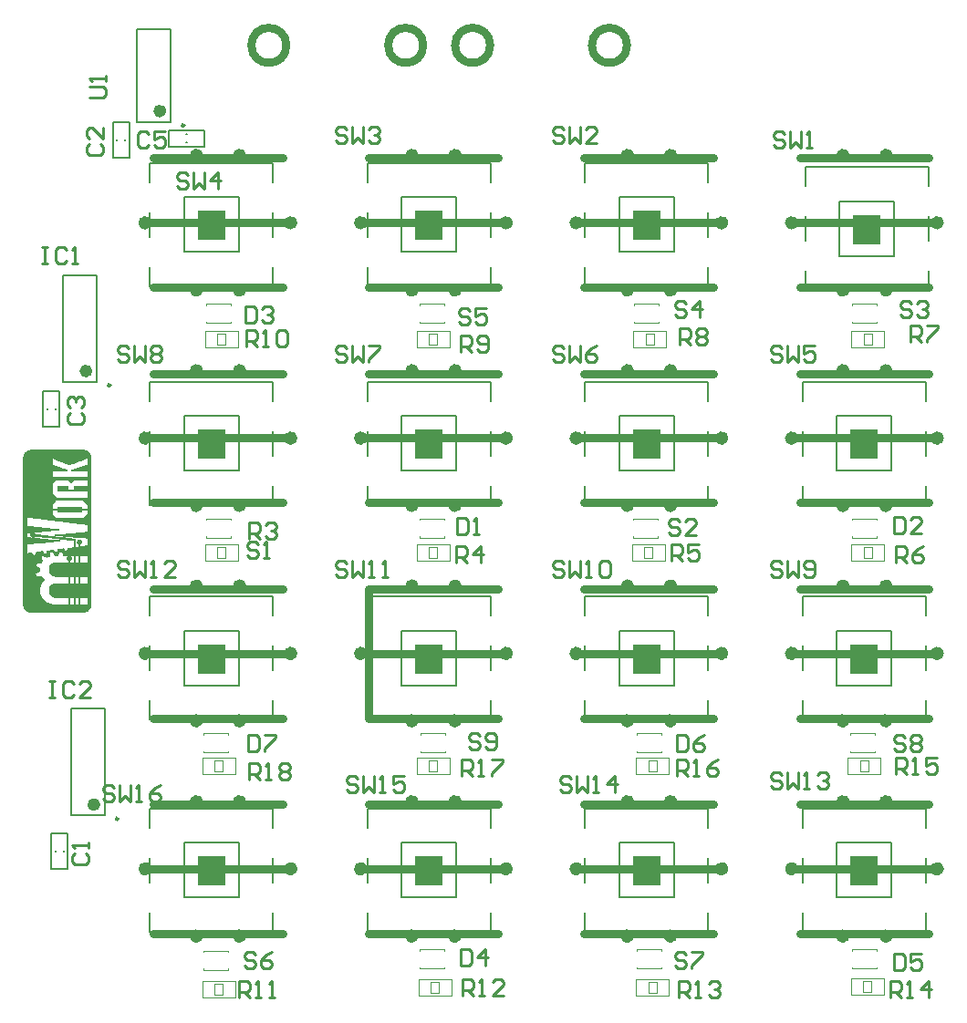
<source format=gto>
G04*
G04 #@! TF.GenerationSoftware,Altium Limited,Altium Designer,20.0.13 (296)*
G04*
G04 Layer_Color=65535*
%FSTAX24Y24*%
%MOIN*%
G70*
G01*
G75*
%ADD10C,0.0236*%
%ADD11C,0.0098*%
%ADD12C,0.0300*%
%ADD13C,0.0079*%
%ADD14C,0.0050*%
%ADD15C,0.0040*%
%ADD16C,0.0039*%
%ADD17C,0.0010*%
%ADD18C,0.0070*%
%ADD19C,0.0100*%
%ADD20R,0.1010X0.1060*%
D10*
X021835Y061751D02*
G03*
X021835Y061751I-000118J0D01*
G01*
X019422Y036395D02*
G03*
X019422Y036395I-000118J0D01*
G01*
X019135Y052245D02*
G03*
X019135Y052245I-000118J0D01*
G01*
D11*
X022612Y061225D02*
G03*
X022612Y061225I-000049J0D01*
G01*
X020199Y035875D02*
G03*
X020199Y035875I-000049J0D01*
G01*
X019912Y051725D02*
G03*
X019912Y051725I-000049J0D01*
G01*
D12*
X02634Y06415D02*
G03*
X02634Y06415I-00064J0D01*
G01*
X044901Y057667D02*
G03*
X044901Y057667I-000098J0D01*
G01*
X038784Y06415D02*
G03*
X038784Y06415I-00064J0D01*
G01*
X033784D02*
G03*
X033784Y06415I-00064J0D01*
G01*
X034468Y057667D02*
G03*
X034468Y057667I-000098J0D01*
G01*
X03134Y06415D02*
G03*
X03134Y06415I-00064J0D01*
G01*
X026594Y057667D02*
G03*
X026594Y057667I-000098J0D01*
G01*
X044901Y049793D02*
G03*
X044901Y049793I-000098J0D01*
G01*
Y041919D02*
G03*
X044901Y041919I-000098J0D01*
G01*
Y034045D02*
G03*
X044901Y034045I-000098J0D01*
G01*
X034468Y049793D02*
G03*
X034468Y049793I-000098J0D01*
G01*
Y041919D02*
G03*
X034468Y041919I-000098J0D01*
G01*
Y034045D02*
G03*
X034468Y034045I-000098J0D01*
G01*
X026594Y049793D02*
G03*
X026594Y049793I-000098J0D01*
G01*
Y041919D02*
G03*
X026594Y041919I-000098J0D01*
G01*
Y034045D02*
G03*
X026594Y034045I-000098J0D01*
G01*
X050216Y057667D02*
G03*
X050216Y057667I-000098J0D01*
G01*
X048346Y055207D02*
G03*
X048346Y055207I-000098J0D01*
G01*
X046771D02*
G03*
X046771Y055207I-000098J0D01*
G01*
X042342Y057667D02*
G03*
X042342Y057667I-000098J0D01*
G01*
X040472Y055207D02*
G03*
X040472Y055207I-000098J0D01*
G01*
X038897D02*
G03*
X038897Y055207I-000098J0D01*
G01*
X037027Y057667D02*
G03*
X037027Y057667I-000098J0D01*
G01*
X032598Y055207D02*
G03*
X032598Y055207I-000098J0D01*
G01*
X031023D02*
G03*
X031023Y055207I-000098J0D01*
G01*
X029153Y057667D02*
G03*
X029153Y057667I-000098J0D01*
G01*
X024724Y055207D02*
G03*
X024724Y055207I-000098J0D01*
G01*
X023149D02*
G03*
X023149Y055207I-000098J0D01*
G01*
X021279Y057667D02*
G03*
X021279Y057667I-000098J0D01*
G01*
X050216Y049793D02*
G03*
X050216Y049793I-000098J0D01*
G01*
Y041919D02*
G03*
X050216Y041919I-000098J0D01*
G01*
Y034045D02*
G03*
X050216Y034045I-000098J0D01*
G01*
X048346Y060128D02*
G03*
X048346Y060128I-000098J0D01*
G01*
Y052254D02*
G03*
X048346Y052254I-000098J0D01*
G01*
Y047333D02*
G03*
X048346Y047333I-000098J0D01*
G01*
Y04438D02*
G03*
X048346Y04438I-000098J0D01*
G01*
Y039459D02*
G03*
X048346Y039459I-000098J0D01*
G01*
Y036506D02*
G03*
X048346Y036506I-000098J0D01*
G01*
Y031585D02*
G03*
X048346Y031585I-000098J0D01*
G01*
X046771Y060128D02*
G03*
X046771Y060128I-000098J0D01*
G01*
Y052254D02*
G03*
X046771Y052254I-000098J0D01*
G01*
Y047333D02*
G03*
X046771Y047333I-000098J0D01*
G01*
Y04438D02*
G03*
X046771Y04438I-000098J0D01*
G01*
Y039459D02*
G03*
X046771Y039459I-000098J0D01*
G01*
Y036506D02*
G03*
X046771Y036506I-000098J0D01*
G01*
Y031585D02*
G03*
X046771Y031585I-000098J0D01*
G01*
X042342Y049793D02*
G03*
X042342Y049793I-000098J0D01*
G01*
Y041919D02*
G03*
X042342Y041919I-000098J0D01*
G01*
Y034045D02*
G03*
X042342Y034045I-000098J0D01*
G01*
X040472Y060128D02*
G03*
X040472Y060128I-000098J0D01*
G01*
Y052254D02*
G03*
X040472Y052254I-000098J0D01*
G01*
Y047333D02*
G03*
X040472Y047333I-000098J0D01*
G01*
Y04438D02*
G03*
X040472Y04438I-000098J0D01*
G01*
Y039459D02*
G03*
X040472Y039459I-000098J0D01*
G01*
Y036506D02*
G03*
X040472Y036506I-000098J0D01*
G01*
Y031585D02*
G03*
X040472Y031585I-000098J0D01*
G01*
X038897Y060128D02*
G03*
X038897Y060128I-000098J0D01*
G01*
Y052254D02*
G03*
X038897Y052254I-000098J0D01*
G01*
Y047333D02*
G03*
X038897Y047333I-000098J0D01*
G01*
Y04438D02*
G03*
X038897Y04438I-000098J0D01*
G01*
Y039459D02*
G03*
X038897Y039459I-000098J0D01*
G01*
Y036506D02*
G03*
X038897Y036506I-000098J0D01*
G01*
Y031585D02*
G03*
X038897Y031585I-000098J0D01*
G01*
X037027Y049793D02*
G03*
X037027Y049793I-000098J0D01*
G01*
Y041919D02*
G03*
X037027Y041919I-000098J0D01*
G01*
Y034045D02*
G03*
X037027Y034045I-000098J0D01*
G01*
X032598Y060128D02*
G03*
X032598Y060128I-000098J0D01*
G01*
Y052254D02*
G03*
X032598Y052254I-000098J0D01*
G01*
Y047333D02*
G03*
X032598Y047333I-000098J0D01*
G01*
Y04438D02*
G03*
X032598Y04438I-000098J0D01*
G01*
Y039459D02*
G03*
X032598Y039459I-000098J0D01*
G01*
Y036506D02*
G03*
X032598Y036506I-000098J0D01*
G01*
Y031585D02*
G03*
X032598Y031585I-000098J0D01*
G01*
X031023Y060128D02*
G03*
X031023Y060128I-000098J0D01*
G01*
Y052254D02*
G03*
X031023Y052254I-000098J0D01*
G01*
Y047333D02*
G03*
X031023Y047333I-000098J0D01*
G01*
Y04438D02*
G03*
X031023Y04438I-000098J0D01*
G01*
Y039459D02*
G03*
X031023Y039459I-000098J0D01*
G01*
Y036506D02*
G03*
X031023Y036506I-000098J0D01*
G01*
Y031585D02*
G03*
X031023Y031585I-000098J0D01*
G01*
X029153Y049793D02*
G03*
X029153Y049793I-000098J0D01*
G01*
Y041919D02*
G03*
X029153Y041919I-000098J0D01*
G01*
Y034045D02*
G03*
X029153Y034045I-000098J0D01*
G01*
X024724Y060128D02*
G03*
X024724Y060128I-000098J0D01*
G01*
Y052254D02*
G03*
X024724Y052254I-000098J0D01*
G01*
Y047333D02*
G03*
X024724Y047333I-000098J0D01*
G01*
Y04438D02*
G03*
X024724Y04438I-000098J0D01*
G01*
Y039459D02*
G03*
X024724Y039459I-000098J0D01*
G01*
Y036506D02*
G03*
X024724Y036506I-000098J0D01*
G01*
Y031585D02*
G03*
X024724Y031585I-000098J0D01*
G01*
X023149Y060128D02*
G03*
X023149Y060128I-000098J0D01*
G01*
Y052254D02*
G03*
X023149Y052254I-000098J0D01*
G01*
Y047333D02*
G03*
X023149Y047333I-000098J0D01*
G01*
Y04438D02*
G03*
X023149Y04438I-000098J0D01*
G01*
Y039459D02*
G03*
X023149Y039459I-000098J0D01*
G01*
Y036506D02*
G03*
X023149Y036506I-000098J0D01*
G01*
Y031585D02*
G03*
X023149Y031585I-000098J0D01*
G01*
X021279Y049793D02*
G03*
X021279Y049793I-000098J0D01*
G01*
Y041919D02*
G03*
X021279Y041919I-000098J0D01*
G01*
Y034045D02*
G03*
X021279Y034045I-000098J0D01*
G01*
X037224Y06003D02*
X041948D01*
X036929Y057667D02*
X042244D01*
X037224Y055305D02*
X041948D01*
X037224Y052156D02*
X041948D01*
X036929Y049793D02*
X042244D01*
X037224Y047431D02*
X041948D01*
X037224Y044282D02*
X041948D01*
X036929Y041919D02*
X042244D01*
X037224Y039557D02*
X041948D01*
X037224Y036408D02*
X041948D01*
X036929Y034045D02*
X042244D01*
X037224Y031683D02*
X041948D01*
X045098Y06003D02*
X049822D01*
X044803Y057667D02*
X050118D01*
X045098Y055305D02*
X049822D01*
X045098Y052156D02*
X049822D01*
X044803Y049793D02*
X050118D01*
X045098Y047431D02*
X049822D01*
X045098Y044282D02*
X049822D01*
X044803Y041919D02*
X050118D01*
X045098Y039557D02*
X049822D01*
X045098Y036408D02*
X049822D01*
X044803Y034045D02*
X050118D01*
X045098Y031683D02*
X049822D01*
X02935Y06003D02*
X034074D01*
X029055Y057667D02*
X03437D01*
X02935Y055305D02*
X034074D01*
X02935Y052156D02*
X034074D01*
X029055Y049793D02*
X03437D01*
X02935Y047431D02*
X034074D01*
X02935Y044282D02*
X034074D01*
X029055Y041919D02*
X03437D01*
X02935Y039557D02*
X034074D01*
X02935Y036408D02*
X034074D01*
X029055Y034045D02*
X03437D01*
X02935Y031683D02*
X034074D01*
X021476Y06003D02*
X0262D01*
X021181Y057667D02*
X026496D01*
X021476Y055305D02*
X0262D01*
X021476Y052156D02*
X0262D01*
X021181Y049793D02*
X026496D01*
X021476Y047431D02*
X0262D01*
X021476Y044282D02*
X0262D01*
X021181Y041919D02*
X026496D01*
X021476Y039557D02*
X0262D01*
X021476Y036408D02*
X0262D01*
X021181Y034045D02*
X026496D01*
X021476Y031683D02*
X0262D01*
X02935Y039557D02*
Y044282D01*
D13*
X017593Y05083D02*
Y05087D01*
X017907Y05083D02*
Y05087D01*
X02089Y064743D02*
X02211D01*
X02089Y061357D02*
X02211D01*
X02089D02*
Y064743D01*
X02211Y061357D02*
Y064743D01*
X018207Y03468D02*
Y03472D01*
X017893Y03468D02*
Y03472D01*
X020457Y06068D02*
Y06072D01*
X020143Y06068D02*
Y06072D01*
X02268Y060593D02*
X02272D01*
X02268Y060907D02*
X02272D01*
X018477Y039899D02*
X019697D01*
X018477Y036001D02*
X019697D01*
X018477D02*
Y039899D01*
X019697Y036001D02*
Y039899D01*
X01819Y055749D02*
X01941D01*
X01819Y051851D02*
X01941D01*
X01819D02*
Y055749D01*
X01941Y051851D02*
Y055749D01*
D14*
X01745Y0502D02*
X01805D01*
X01745Y0515D02*
X01805D01*
Y0502D02*
Y0515D01*
X01745Y0502D02*
Y0515D01*
X01775Y03405D02*
Y03535D01*
X01835Y03405D02*
Y03535D01*
X01775D02*
X01835D01*
X01775Y03405D02*
X01835D01*
X02Y06005D02*
Y06135D01*
X0206Y06005D02*
Y06135D01*
X02D02*
X0206D01*
X02Y06005D02*
X0206D01*
X02205Y06105D02*
X02335D01*
X02205Y06045D02*
X02335D01*
Y06105D01*
X02205Y06045D02*
Y06105D01*
D15*
X0242Y031D02*
Y03105D01*
X0233D02*
X0242D01*
X0233Y031D02*
Y03105D01*
X0242Y03035D02*
Y0304D01*
X0233Y03035D02*
X0242D01*
X0233D02*
Y0304D01*
X0243Y05465D02*
Y0547D01*
X0234D02*
X0243D01*
X0234Y05465D02*
Y0547D01*
X0243Y054D02*
Y05405D01*
X0234Y054D02*
X0243D01*
X0234D02*
Y05405D01*
X047909Y05465D02*
Y0547D01*
X047009D02*
X047909D01*
X047009Y05465D02*
Y0547D01*
X047909Y054D02*
Y05405D01*
X047009Y054D02*
X047909D01*
X047009D02*
Y05405D01*
X04785Y03895D02*
Y039D01*
X04695D02*
X04785D01*
X04695Y03895D02*
Y039D01*
X04785Y0383D02*
Y03835D01*
X04695Y0383D02*
X04785D01*
X04695D02*
Y03835D01*
X0479Y0468D02*
Y04685D01*
X047D02*
X0479D01*
X047Y0468D02*
Y04685D01*
X0479Y04615D02*
Y0462D01*
X047Y04615D02*
X0479D01*
X047D02*
Y0462D01*
X0399Y0468D02*
Y04685D01*
X039D02*
X0399D01*
X039Y0468D02*
Y04685D01*
X0399Y04615D02*
Y0462D01*
X039Y04615D02*
X0399D01*
X039D02*
Y0462D01*
X0321Y0468D02*
Y04685D01*
X0312D02*
X0321D01*
X0312Y0468D02*
Y04685D01*
X0321Y04615D02*
Y0462D01*
X0312Y04615D02*
X0321D01*
X0312D02*
Y0462D01*
X03995Y05465D02*
Y0547D01*
X03905D02*
X03995D01*
X03905Y05465D02*
Y0547D01*
X03995Y054D02*
Y05405D01*
X03905Y054D02*
X03995D01*
X03905D02*
Y05405D01*
X0242Y03895D02*
Y039D01*
X0233D02*
X0242D01*
X0233Y03895D02*
Y039D01*
X0242Y0383D02*
Y03835D01*
X0233Y0383D02*
X0242D01*
X0233D02*
Y03835D01*
X0479Y03105D02*
Y0311D01*
X047D02*
X0479D01*
X047Y03105D02*
Y0311D01*
X0479Y0304D02*
Y03045D01*
X047Y0304D02*
X0479D01*
X047D02*
Y03045D01*
X04005Y03105D02*
Y0311D01*
X03915D02*
X04005D01*
X03915Y03105D02*
Y0311D01*
X04005Y0304D02*
Y03045D01*
X03915Y0304D02*
X04005D01*
X03915D02*
Y03045D01*
X0321Y03105D02*
Y0311D01*
X0312D02*
X0321D01*
X0312Y03105D02*
Y0311D01*
X0321Y0304D02*
Y03045D01*
X0312Y0304D02*
X0321D01*
X0312D02*
Y03045D01*
X03215Y03895D02*
Y039D01*
X03125D02*
X03215D01*
X03125Y03895D02*
Y039D01*
X03215Y0383D02*
Y03835D01*
X03125Y0383D02*
X03215D01*
X03125D02*
Y03835D01*
X04005Y03895D02*
Y039D01*
X03915D02*
X04005D01*
X03915Y03895D02*
Y039D01*
X04005Y0383D02*
Y03835D01*
X03915Y0383D02*
X04005D01*
X03915D02*
Y03835D01*
X0243Y0468D02*
Y04685D01*
X0234D02*
X0243D01*
X0234Y0468D02*
Y04685D01*
X0243Y04615D02*
Y0462D01*
X0234Y04615D02*
X0243D01*
X0234D02*
Y0462D01*
X0321Y05465D02*
Y0547D01*
X0312D02*
X0321D01*
X0312Y05465D02*
Y0547D01*
X0321Y054D02*
Y05405D01*
X0312Y054D02*
X0321D01*
X0312D02*
Y05405D01*
D16*
X02327Y02935D02*
Y02995D01*
Y02935D02*
X02407D01*
X02447D01*
Y02995D01*
X02327D02*
X02447D01*
X02372Y02945D02*
Y02985D01*
Y02945D02*
X02402D01*
Y02985D01*
X02372D02*
X02402D01*
X02337Y0531D02*
Y0537D01*
Y0531D02*
X02417D01*
X02457D01*
Y0537D01*
X02337D02*
X02457D01*
X02382Y0532D02*
Y0536D01*
Y0532D02*
X02412D01*
Y0536D01*
X02382D02*
X02412D01*
X04698Y0531D02*
Y0537D01*
Y0531D02*
X04778D01*
X04818D01*
Y0537D01*
X04698D02*
X04818D01*
X04743Y0532D02*
Y0536D01*
Y0532D02*
X04773D01*
Y0536D01*
X04743D02*
X04773D01*
X04685Y0375D02*
Y0381D01*
Y0375D02*
X04765D01*
X04805D01*
Y0381D01*
X04685D02*
X04805D01*
X0473Y0376D02*
Y038D01*
Y0376D02*
X0476D01*
Y038D01*
X0473D02*
X0476D01*
X03897Y0453D02*
Y0459D01*
Y0453D02*
X03977D01*
X04017D01*
Y0459D01*
X03897D02*
X04017D01*
X03942Y0454D02*
Y0458D01*
Y0454D02*
X03972D01*
Y0458D01*
X03942D02*
X03972D01*
X02337Y0453D02*
Y0459D01*
Y0453D02*
X02417D01*
X02457D01*
Y0459D01*
X02337D02*
X02457D01*
X02382Y0454D02*
Y0458D01*
Y0454D02*
X02412D01*
Y0458D01*
X02382D02*
X02412D01*
X0311Y0453D02*
Y0459D01*
Y0453D02*
X0319D01*
X0323D01*
Y0459D01*
X0311D02*
X0323D01*
X03155Y0454D02*
Y0458D01*
Y0454D02*
X03185D01*
Y0458D01*
X03155D02*
X03185D01*
X0311Y0531D02*
Y0537D01*
Y0531D02*
X0319D01*
X0323D01*
Y0537D01*
X0311D02*
X0323D01*
X03155Y0532D02*
Y0536D01*
Y0532D02*
X03185D01*
Y0536D01*
X03155D02*
X03185D01*
X04697Y02945D02*
Y03005D01*
Y02945D02*
X04777D01*
X04817D01*
Y03005D01*
X04697D02*
X04817D01*
X04742Y02955D02*
Y02995D01*
Y02955D02*
X04772D01*
Y02995D01*
X04742D02*
X04772D01*
X03912Y0294D02*
Y03D01*
Y0294D02*
X03992D01*
X04032D01*
Y03D01*
X03912D02*
X04032D01*
X03957Y0295D02*
Y0299D01*
Y0295D02*
X03987D01*
Y0299D01*
X03957D02*
X03987D01*
X03117Y0294D02*
Y03D01*
Y0294D02*
X03197D01*
X03237D01*
Y03D01*
X03117D02*
X03237D01*
X03162Y0295D02*
Y0299D01*
Y0295D02*
X03192D01*
Y0299D01*
X03162D02*
X03192D01*
X0311Y0375D02*
Y0381D01*
Y0375D02*
X0319D01*
X0323D01*
Y0381D01*
X0311D02*
X0323D01*
X03155Y0376D02*
Y038D01*
Y0376D02*
X03185D01*
Y038D01*
X03155D02*
X03185D01*
X03912Y0375D02*
Y0381D01*
Y0375D02*
X03992D01*
X04032D01*
Y0381D01*
X03912D02*
X04032D01*
X03957Y0376D02*
Y038D01*
Y0376D02*
X03987D01*
Y038D01*
X03957D02*
X03987D01*
X02327Y0375D02*
Y0381D01*
Y0375D02*
X02407D01*
X02447D01*
Y0381D01*
X02327D02*
X02447D01*
X02372Y0376D02*
Y038D01*
Y0376D02*
X02402D01*
Y038D01*
X02372D02*
X02402D01*
X04698Y0453D02*
Y0459D01*
Y0453D02*
X04778D01*
X04818D01*
Y0459D01*
X04698D02*
X04818D01*
X04743Y0454D02*
Y0458D01*
Y0454D02*
X04773D01*
Y0458D01*
X04743D02*
X04773D01*
X03902Y0531D02*
Y0537D01*
Y0531D02*
X03982D01*
X04022D01*
Y0537D01*
X03902D02*
X04022D01*
X03947Y0532D02*
Y0536D01*
Y0532D02*
X03977D01*
Y0536D01*
X03947D02*
X03977D01*
D17*
X019182Y04905D02*
Y04912D01*
Y04897D02*
Y04904D01*
Y04889D02*
Y04896D01*
Y04881D02*
Y04888D01*
Y04873D02*
Y0488D01*
Y04865D02*
Y04872D01*
Y04857D02*
Y04864D01*
Y04849D02*
Y04856D01*
Y04841D02*
Y04848D01*
Y04833D02*
Y0484D01*
Y04825D02*
Y04832D01*
Y04817D02*
Y04824D01*
Y04809D02*
Y04816D01*
Y04801D02*
Y04808D01*
Y04793D02*
Y048D01*
Y04785D02*
Y04792D01*
Y04777D02*
Y04784D01*
Y04769D02*
Y04776D01*
Y04761D02*
Y04768D01*
Y04753D02*
Y0476D01*
Y04745D02*
Y04752D01*
Y04737D02*
Y04744D01*
Y04729D02*
Y04736D01*
Y04721D02*
Y04728D01*
Y04713D02*
Y0472D01*
Y04705D02*
Y04712D01*
Y04697D02*
Y04704D01*
Y04689D02*
Y04696D01*
Y04681D02*
Y04688D01*
Y04673D02*
Y0468D01*
Y04665D02*
Y04672D01*
Y04657D02*
Y04664D01*
Y04649D02*
Y04656D01*
Y04641D02*
Y04648D01*
Y04633D02*
Y0464D01*
Y04625D02*
Y04632D01*
Y04617D02*
Y04624D01*
Y04609D02*
Y04616D01*
Y04601D02*
Y04608D01*
Y04593D02*
Y046D01*
Y04585D02*
Y04592D01*
Y04577D02*
Y04584D01*
Y04569D02*
Y04576D01*
Y04561D02*
Y04568D01*
Y04553D02*
Y0456D01*
Y04545D02*
Y04552D01*
Y04537D02*
Y04544D01*
Y04529D02*
Y04536D01*
Y04521D02*
Y04528D01*
Y04513D02*
Y0452D01*
Y04505D02*
Y04512D01*
Y04497D02*
Y04504D01*
Y04489D02*
Y04496D01*
Y04481D02*
Y04488D01*
Y04473D02*
Y0448D01*
Y04465D02*
Y04472D01*
Y04457D02*
Y04464D01*
Y04449D02*
Y04456D01*
Y04441D02*
Y04448D01*
Y04433D02*
Y0444D01*
Y04425D02*
Y04432D01*
Y04417D02*
Y04424D01*
Y04409D02*
Y04416D01*
Y04401D02*
Y04408D01*
Y04393D02*
Y044D01*
Y04385D02*
Y04392D01*
Y04377D02*
Y04384D01*
Y04369D02*
Y04376D01*
X019172Y04364D02*
Y04916D01*
X019162Y04361D02*
Y04919D01*
X019152Y04359D02*
Y04921D01*
X019142Y04358D02*
Y04922D01*
X019132Y04356D02*
Y04924D01*
X019122Y04355D02*
Y04925D01*
X019112Y04354D02*
Y04926D01*
X019102Y04921D02*
Y04928D01*
Y04913D02*
Y0492D01*
Y04905D02*
Y04912D01*
Y04897D02*
Y04904D01*
Y04889D02*
Y04896D01*
Y04881D02*
Y04888D01*
Y04873D02*
Y0488D01*
Y04865D02*
Y04872D01*
Y04857D02*
Y04864D01*
Y04849D02*
Y04856D01*
Y04841D02*
Y04848D01*
Y04833D02*
Y0484D01*
Y04825D02*
Y04832D01*
Y04817D02*
Y04824D01*
Y04809D02*
Y04816D01*
Y04801D02*
Y04808D01*
Y04793D02*
Y048D01*
Y04785D02*
Y04792D01*
Y04777D02*
Y04784D01*
Y04769D02*
Y04776D01*
Y04761D02*
Y04768D01*
Y04753D02*
Y0476D01*
Y04745D02*
Y04752D01*
Y04737D02*
Y04744D01*
Y04729D02*
Y04736D01*
Y04721D02*
Y04728D01*
Y04713D02*
Y0472D01*
Y04705D02*
Y04712D01*
Y04697D02*
Y04704D01*
Y04689D02*
Y04696D01*
Y04681D02*
Y04688D01*
Y04673D02*
Y0468D01*
Y04665D02*
Y04672D01*
Y04657D02*
Y04664D01*
Y04649D02*
Y04656D01*
Y04641D02*
Y04648D01*
Y04633D02*
Y0464D01*
Y04625D02*
Y04632D01*
Y04617D02*
Y04624D01*
Y04609D02*
Y04616D01*
Y04601D02*
Y04608D01*
Y04593D02*
Y046D01*
Y04585D02*
Y04592D01*
Y04577D02*
Y04584D01*
Y04569D02*
Y04576D01*
Y04561D02*
Y04568D01*
Y04553D02*
Y0456D01*
Y04545D02*
Y04552D01*
Y04537D02*
Y04544D01*
Y04529D02*
Y04536D01*
Y04521D02*
Y04528D01*
Y04513D02*
Y0452D01*
Y04505D02*
Y04512D01*
Y04497D02*
Y04504D01*
Y04489D02*
Y04496D01*
Y04481D02*
Y04488D01*
Y04473D02*
Y0448D01*
Y04465D02*
Y04472D01*
Y04457D02*
Y04464D01*
Y04449D02*
Y04456D01*
Y04441D02*
Y04448D01*
Y04433D02*
Y0444D01*
Y04425D02*
Y04432D01*
Y04417D02*
Y04424D01*
Y04409D02*
Y04416D01*
Y04401D02*
Y04408D01*
Y04393D02*
Y044D01*
Y04385D02*
Y04392D01*
Y04377D02*
Y04384D01*
Y04369D02*
Y04376D01*
Y04361D02*
Y04368D01*
Y04353D02*
Y0436D01*
X019092Y04352D02*
Y04928D01*
X019082Y04351D02*
Y04929D01*
X019072Y0435D02*
Y0493D01*
X019062Y04908D02*
Y04931D01*
Y04862D02*
Y04882D01*
Y04829D02*
Y04836D01*
Y04788D02*
Y04803D01*
Y04738D02*
Y04762D01*
Y04717D02*
Y04722D01*
Y04664D02*
Y04701D01*
Y04615D02*
Y04636D01*
Y04552D02*
Y04586D01*
Y04475D02*
Y04525D01*
Y04398D02*
Y04449D01*
Y04349D02*
Y04372D01*
X019052Y04907D02*
Y04931D01*
Y04862D02*
Y04882D01*
Y04829D02*
Y04836D01*
Y04788D02*
Y04803D01*
Y04739D02*
Y04762D01*
Y04717D02*
Y04722D01*
Y04665D02*
Y047D01*
Y04615D02*
Y04636D01*
Y04552D02*
Y04586D01*
Y04475D02*
Y04525D01*
Y04398D02*
Y04449D01*
Y04349D02*
Y04372D01*
X019042Y04907D02*
Y04932D01*
Y04862D02*
Y04882D01*
Y04829D02*
Y04836D01*
Y04788D02*
Y04803D01*
Y0474D02*
Y04762D01*
Y04717D02*
Y04722D01*
Y04665D02*
Y04699D01*
Y04615D02*
Y04636D01*
Y04552D02*
Y04586D01*
Y04475D02*
Y04525D01*
Y04398D02*
Y04449D01*
Y04348D02*
Y04372D01*
X019032Y04907D02*
Y04933D01*
Y04862D02*
Y04881D01*
Y04829D02*
Y04836D01*
Y04788D02*
Y04803D01*
Y04741D02*
Y04762D01*
Y04717D02*
Y04722D01*
Y04665D02*
Y04698D01*
Y04615D02*
Y04636D01*
Y04552D02*
Y04586D01*
Y04475D02*
Y04525D01*
Y04398D02*
Y04449D01*
Y04347D02*
Y04372D01*
X019022Y04929D02*
Y04933D01*
Y04921D02*
Y04928D01*
Y04913D02*
Y0492D01*
Y04906D02*
Y04912D01*
Y04873D02*
Y0488D01*
Y04865D02*
Y04872D01*
Y04862D02*
Y04864D01*
Y04833D02*
Y04836D01*
Y04829D02*
Y04832D01*
Y04801D02*
Y04803D01*
Y04793D02*
Y048D01*
Y04788D02*
Y04792D01*
Y04761D02*
Y04762D01*
Y04753D02*
Y0476D01*
Y04745D02*
Y04752D01*
Y04742D02*
Y04744D01*
Y04721D02*
Y04722D01*
Y04717D02*
Y0472D01*
Y04689D02*
Y04696D01*
Y04681D02*
Y04688D01*
Y04673D02*
Y0468D01*
Y04665D02*
Y04672D01*
Y04633D02*
Y04636D01*
Y04625D02*
Y04632D01*
Y04617D02*
Y04624D01*
Y04615D02*
Y04616D01*
Y04585D02*
Y04586D01*
Y04577D02*
Y04584D01*
Y04569D02*
Y04576D01*
Y04561D02*
Y04568D01*
Y04553D02*
Y0456D01*
Y04521D02*
Y04525D01*
Y04513D02*
Y0452D01*
Y04505D02*
Y04512D01*
Y04497D02*
Y04504D01*
Y04489D02*
Y04496D01*
Y04481D02*
Y04488D01*
Y04475D02*
Y0448D01*
Y04441D02*
Y04448D01*
Y04433D02*
Y0444D01*
Y04425D02*
Y04432D01*
Y04417D02*
Y04424D01*
Y04409D02*
Y04416D01*
Y04401D02*
Y04408D01*
Y04398D02*
Y044D01*
Y04369D02*
Y04372D01*
Y04361D02*
Y04368D01*
Y04353D02*
Y0436D01*
Y04347D02*
Y04352D01*
X019012Y04906D02*
Y04934D01*
Y04862D02*
Y04881D01*
Y04829D02*
Y04836D01*
Y04788D02*
Y04803D01*
Y04743D02*
Y04762D01*
Y04717D02*
Y04722D01*
Y04665D02*
Y04696D01*
Y04615D02*
Y04636D01*
Y04552D02*
Y04586D01*
Y04475D02*
Y04525D01*
Y04398D02*
Y04449D01*
Y04346D02*
Y04372D01*
X019002Y04906D02*
Y04934D01*
Y04862D02*
Y0488D01*
Y04829D02*
Y04836D01*
Y04788D02*
Y04803D01*
Y04744D02*
Y04762D01*
Y04717D02*
Y04722D01*
Y04665D02*
Y04695D01*
Y04615D02*
Y04636D01*
Y04552D02*
Y04586D01*
Y04475D02*
Y04525D01*
Y04398D02*
Y04449D01*
Y04346D02*
Y04372D01*
X018992Y04905D02*
Y04934D01*
Y04862D02*
Y0488D01*
Y04829D02*
Y04836D01*
Y04788D02*
Y04803D01*
Y04745D02*
Y04762D01*
Y04717D02*
Y04722D01*
Y04665D02*
Y04694D01*
Y04616D02*
Y04636D01*
Y04552D02*
Y04586D01*
Y04475D02*
Y04525D01*
Y04398D02*
Y04449D01*
Y04346D02*
Y04372D01*
X018982Y04905D02*
Y04935D01*
Y04862D02*
Y0488D01*
Y04829D02*
Y04836D01*
Y04788D02*
Y04803D01*
Y04746D02*
Y04762D01*
Y04717D02*
Y04722D01*
Y04665D02*
Y04693D01*
Y04616D02*
Y04636D01*
Y04552D02*
Y04585D01*
Y04475D02*
Y04525D01*
Y04398D02*
Y04449D01*
Y04345D02*
Y04372D01*
X018972Y04904D02*
Y04935D01*
Y04862D02*
Y04879D01*
Y04829D02*
Y04836D01*
Y04788D02*
Y04803D01*
Y04747D02*
Y04762D01*
Y04717D02*
Y04722D01*
Y04666D02*
Y04692D01*
Y04616D02*
Y04635D01*
Y04552D02*
Y04585D01*
Y04475D02*
Y04525D01*
Y04398D02*
Y04449D01*
Y04345D02*
Y04372D01*
X018962Y04904D02*
Y04935D01*
Y04862D02*
Y04879D01*
Y04829D02*
Y04836D01*
Y04788D02*
Y04803D01*
Y04748D02*
Y04762D01*
Y04717D02*
Y04722D01*
Y04666D02*
Y04691D01*
Y04616D02*
Y04635D01*
Y04552D02*
Y04585D01*
Y04475D02*
Y04525D01*
Y04398D02*
Y04449D01*
Y04345D02*
Y04372D01*
X018952Y04904D02*
Y04935D01*
Y04862D02*
Y04879D01*
Y04829D02*
Y04836D01*
Y04788D02*
Y04803D01*
Y04749D02*
Y04762D01*
Y04717D02*
Y04722D01*
Y04666D02*
Y0469D01*
Y04616D02*
Y04635D01*
Y04552D02*
Y04585D01*
Y04475D02*
Y04525D01*
Y04398D02*
Y04449D01*
Y04345D02*
Y04372D01*
X018942Y04929D02*
Y04936D01*
Y04921D02*
Y04928D01*
Y04913D02*
Y0492D01*
Y04905D02*
Y04912D01*
Y04903D02*
Y04904D01*
Y04873D02*
Y04878D01*
Y04865D02*
Y04872D01*
Y04862D02*
Y04864D01*
Y04833D02*
Y04836D01*
Y04829D02*
Y04832D01*
Y04801D02*
Y04803D01*
Y04793D02*
Y048D01*
Y04788D02*
Y04792D01*
Y04761D02*
Y04762D01*
Y04753D02*
Y0476D01*
Y0475D02*
Y04752D01*
Y04721D02*
Y04722D01*
Y04717D02*
Y0472D01*
Y04681D02*
Y04688D01*
Y04673D02*
Y0468D01*
Y04666D02*
Y04672D01*
Y04633D02*
Y04635D01*
Y04625D02*
Y04632D01*
Y04617D02*
Y04624D01*
Y04577D02*
Y04584D01*
Y04569D02*
Y04576D01*
Y04561D02*
Y04568D01*
Y04553D02*
Y0456D01*
Y04521D02*
Y04525D01*
Y04513D02*
Y0452D01*
Y04505D02*
Y04512D01*
Y04497D02*
Y04504D01*
Y04489D02*
Y04496D01*
Y04481D02*
Y04488D01*
Y04475D02*
Y0448D01*
Y04441D02*
Y04448D01*
Y04433D02*
Y0444D01*
Y04425D02*
Y04432D01*
Y04417D02*
Y04424D01*
Y04409D02*
Y04416D01*
Y04401D02*
Y04408D01*
Y04398D02*
Y044D01*
Y04369D02*
Y04372D01*
Y04361D02*
Y04368D01*
Y04353D02*
Y0436D01*
Y04345D02*
Y04352D01*
X018932Y04903D02*
Y04936D01*
Y04862D02*
Y04878D01*
Y04829D02*
Y04836D01*
Y04788D02*
Y04803D01*
Y04751D02*
Y04762D01*
Y04717D02*
Y04722D01*
Y04666D02*
Y04688D01*
Y04616D02*
Y04635D01*
Y04552D02*
Y04585D01*
Y04475D02*
Y04525D01*
Y04398D02*
Y04449D01*
Y04344D02*
Y04372D01*
X018922Y04903D02*
Y04936D01*
Y04862D02*
Y04878D01*
Y04829D02*
Y04836D01*
Y04788D02*
Y04803D01*
Y04752D02*
Y04762D01*
Y04717D02*
Y04722D01*
Y04666D02*
Y04687D01*
Y04616D02*
Y04635D01*
Y04552D02*
Y04585D01*
Y04475D02*
Y04525D01*
Y04398D02*
Y04449D01*
Y04344D02*
Y04372D01*
X018912Y04902D02*
Y04936D01*
Y04862D02*
Y04877D01*
Y04829D02*
Y04836D01*
Y04788D02*
Y04803D01*
Y04753D02*
Y04762D01*
Y04717D02*
Y04722D01*
Y04666D02*
Y04686D01*
Y04616D02*
Y04635D01*
Y04552D02*
Y04585D01*
Y04475D02*
Y04525D01*
Y04398D02*
Y04449D01*
Y04344D02*
Y04372D01*
X018902Y04902D02*
Y04936D01*
Y04862D02*
Y04877D01*
Y04829D02*
Y04836D01*
Y04788D02*
Y04803D01*
Y04753D02*
Y04762D01*
Y04717D02*
Y04722D01*
Y04666D02*
Y04686D01*
Y04616D02*
Y04635D01*
Y04552D02*
Y04584D01*
Y04475D02*
Y04525D01*
Y04398D02*
Y04449D01*
Y04344D02*
Y04372D01*
X018892Y04902D02*
Y04936D01*
Y04862D02*
Y04877D01*
Y04829D02*
Y04836D01*
Y04788D02*
Y04803D01*
Y04753D02*
Y04762D01*
Y04717D02*
Y04722D01*
Y04667D02*
Y04686D01*
Y04616D02*
Y04635D01*
Y04552D02*
Y04584D01*
Y04475D02*
Y04525D01*
Y04398D02*
Y04449D01*
Y04344D02*
Y04372D01*
X018882Y04901D02*
Y04936D01*
Y04862D02*
Y04876D01*
Y04829D02*
Y04836D01*
Y04788D02*
Y04803D01*
Y04753D02*
Y04762D01*
Y04717D02*
Y04722D01*
Y04667D02*
Y04686D01*
Y04616D02*
Y04635D01*
Y04552D02*
Y04584D01*
Y04475D02*
Y04525D01*
Y04398D02*
Y04449D01*
Y04344D02*
Y04372D01*
X018872Y04901D02*
Y04936D01*
Y04862D02*
Y04876D01*
Y04829D02*
Y04836D01*
Y04788D02*
Y04803D01*
Y04753D02*
Y04762D01*
Y04717D02*
Y04722D01*
Y04667D02*
Y04686D01*
Y04617D02*
Y04635D01*
Y04552D02*
Y04584D01*
Y04475D02*
Y04525D01*
Y04398D02*
Y04449D01*
Y04344D02*
Y04372D01*
X018862Y04929D02*
Y04936D01*
Y04921D02*
Y04928D01*
Y04913D02*
Y0492D01*
Y04905D02*
Y04912D01*
Y049D02*
Y04904D01*
Y04873D02*
Y04876D01*
Y04865D02*
Y04872D01*
Y04862D02*
Y04864D01*
Y04833D02*
Y04836D01*
Y04829D02*
Y04832D01*
Y04801D02*
Y04803D01*
Y04793D02*
Y048D01*
Y04788D02*
Y04792D01*
Y04761D02*
Y04762D01*
Y04753D02*
Y0476D01*
Y04721D02*
Y04722D01*
Y04717D02*
Y0472D01*
Y04681D02*
Y04686D01*
Y04673D02*
Y0468D01*
Y04667D02*
Y04672D01*
Y04633D02*
Y04635D01*
Y04625D02*
Y04632D01*
Y04617D02*
Y04624D01*
Y04577D02*
Y04584D01*
Y04569D02*
Y04576D01*
Y04561D02*
Y04568D01*
Y04553D02*
Y0456D01*
Y04521D02*
Y04525D01*
Y04513D02*
Y0452D01*
Y04505D02*
Y04512D01*
Y04497D02*
Y04504D01*
Y04489D02*
Y04496D01*
Y04481D02*
Y04488D01*
Y04475D02*
Y0448D01*
Y04441D02*
Y04448D01*
Y04433D02*
Y0444D01*
Y04425D02*
Y04432D01*
Y04417D02*
Y04424D01*
Y04409D02*
Y04416D01*
Y04401D02*
Y04408D01*
Y04398D02*
Y044D01*
Y04369D02*
Y04372D01*
Y04361D02*
Y04368D01*
Y04353D02*
Y0436D01*
Y04345D02*
Y04352D01*
X018852Y049D02*
Y04936D01*
Y04862D02*
Y04875D01*
Y04829D02*
Y04836D01*
Y04788D02*
Y04803D01*
Y04753D02*
Y04762D01*
Y04717D02*
Y04722D01*
Y04667D02*
Y04686D01*
Y04617D02*
Y04634D01*
Y04552D02*
Y04584D01*
Y04475D02*
Y04525D01*
Y04398D02*
Y04449D01*
Y04344D02*
Y04372D01*
X018842Y049D02*
Y04936D01*
Y04862D02*
Y04875D01*
Y04829D02*
Y04836D01*
Y04788D02*
Y04803D01*
Y04753D02*
Y04762D01*
Y04717D02*
Y04722D01*
Y04667D02*
Y04686D01*
Y04617D02*
Y04634D01*
Y04598D02*
Y04602D01*
Y04552D02*
Y04584D01*
Y04475D02*
Y04525D01*
Y04398D02*
Y04449D01*
Y04344D02*
Y04372D01*
X018832Y04899D02*
Y04936D01*
Y04862D02*
Y04874D01*
Y04829D02*
Y04836D01*
Y04788D02*
Y04803D01*
Y04753D02*
Y04762D01*
Y04712D02*
Y04727D01*
Y04667D02*
Y04686D01*
Y04617D02*
Y04634D01*
Y04596D02*
Y04604D01*
Y04552D02*
Y04584D01*
Y04475D02*
Y04525D01*
Y04398D02*
Y04449D01*
Y04344D02*
Y04372D01*
X018822Y04899D02*
Y04936D01*
Y04862D02*
Y04874D01*
Y04829D02*
Y04836D01*
Y04788D02*
Y04803D01*
Y04753D02*
Y04762D01*
Y04712D02*
Y04727D01*
Y04667D02*
Y04686D01*
Y04617D02*
Y04634D01*
Y04595D02*
Y04606D01*
Y04552D02*
Y04583D01*
Y04475D02*
Y04525D01*
Y04398D02*
Y04449D01*
Y04344D02*
Y04372D01*
X018812Y04899D02*
Y04936D01*
Y04862D02*
Y04874D01*
Y04829D02*
Y04836D01*
Y04788D02*
Y04803D01*
Y04753D02*
Y04762D01*
Y04712D02*
Y04727D01*
Y04668D02*
Y04686D01*
Y04617D02*
Y04634D01*
Y04594D02*
Y04606D01*
Y04552D02*
Y04583D01*
Y04475D02*
Y04525D01*
Y04398D02*
Y04449D01*
Y04344D02*
Y04372D01*
X018802Y04898D02*
Y04936D01*
Y04862D02*
Y04873D01*
Y04829D02*
Y04836D01*
Y04788D02*
Y04803D01*
Y04753D02*
Y04762D01*
Y04712D02*
Y04727D01*
Y04668D02*
Y04686D01*
Y04617D02*
Y04634D01*
Y04593D02*
Y04607D01*
Y04552D02*
Y04583D01*
Y04475D02*
Y04525D01*
Y04398D02*
Y04449D01*
Y04344D02*
Y04372D01*
X018792Y04898D02*
Y04936D01*
Y04862D02*
Y04873D01*
Y04829D02*
Y04836D01*
Y04788D02*
Y04803D01*
Y04753D02*
Y04762D01*
Y04712D02*
Y04727D01*
Y04668D02*
Y04686D01*
Y04617D02*
Y04634D01*
Y04344D02*
Y04608D01*
X018782Y04929D02*
Y04936D01*
Y04921D02*
Y04928D01*
Y04913D02*
Y0492D01*
Y04905D02*
Y04912D01*
Y04897D02*
Y04904D01*
Y04865D02*
Y04872D01*
Y04862D02*
Y04864D01*
Y04833D02*
Y04836D01*
Y04829D02*
Y04832D01*
Y04801D02*
Y04803D01*
Y04793D02*
Y048D01*
Y04788D02*
Y04792D01*
Y04761D02*
Y04762D01*
Y04753D02*
Y0476D01*
Y04721D02*
Y04727D01*
Y04713D02*
Y0472D01*
Y04681D02*
Y04686D01*
Y04673D02*
Y0468D01*
Y04668D02*
Y04672D01*
Y04633D02*
Y04634D01*
Y04625D02*
Y04632D01*
Y04617D02*
Y04624D01*
Y04601D02*
Y04608D01*
Y04593D02*
Y046D01*
Y04585D02*
Y04592D01*
Y04577D02*
Y04584D01*
Y04569D02*
Y04576D01*
Y04561D02*
Y04568D01*
Y04553D02*
Y0456D01*
Y04545D02*
Y04552D01*
Y04537D02*
Y04544D01*
Y04529D02*
Y04536D01*
Y04521D02*
Y04528D01*
Y04513D02*
Y0452D01*
Y04505D02*
Y04512D01*
Y04497D02*
Y04504D01*
Y04489D02*
Y04496D01*
Y04481D02*
Y04488D01*
Y04473D02*
Y0448D01*
Y04465D02*
Y04472D01*
Y04457D02*
Y04464D01*
Y04449D02*
Y04456D01*
Y04441D02*
Y04448D01*
Y04433D02*
Y0444D01*
Y04425D02*
Y04432D01*
Y04417D02*
Y04424D01*
Y04409D02*
Y04416D01*
Y04401D02*
Y04408D01*
Y04393D02*
Y044D01*
Y04385D02*
Y04392D01*
Y04377D02*
Y04384D01*
Y04369D02*
Y04376D01*
Y04361D02*
Y04368D01*
Y04353D02*
Y0436D01*
Y04345D02*
Y04352D01*
X018772Y04897D02*
Y04936D01*
Y04862D02*
Y04872D01*
Y04829D02*
Y04836D01*
Y04788D02*
Y04803D01*
Y04753D02*
Y04762D01*
Y04712D02*
Y04727D01*
Y04668D02*
Y04686D01*
Y04617D02*
Y04634D01*
Y04344D02*
Y04608D01*
X018762Y04897D02*
Y04936D01*
Y04862D02*
Y04872D01*
Y04829D02*
Y04836D01*
Y04788D02*
Y04803D01*
Y04753D02*
Y04762D01*
Y04712D02*
Y04727D01*
Y04668D02*
Y04686D01*
Y04618D02*
Y04634D01*
Y04344D02*
Y04608D01*
X018752Y04896D02*
Y04936D01*
Y04862D02*
Y04872D01*
Y04829D02*
Y04836D01*
Y04788D02*
Y04803D01*
Y04753D02*
Y04762D01*
Y04712D02*
Y04727D01*
Y04668D02*
Y04686D01*
Y04618D02*
Y04634D01*
Y04344D02*
Y04608D01*
X018742Y04896D02*
Y04936D01*
Y04862D02*
Y04871D01*
Y04829D02*
Y04836D01*
Y04788D02*
Y04803D01*
Y04753D02*
Y04762D01*
Y04712D02*
Y04727D01*
Y04668D02*
Y04686D01*
Y04618D02*
Y04634D01*
Y04344D02*
Y04608D01*
X018732Y04896D02*
Y04936D01*
Y04862D02*
Y04871D01*
Y04829D02*
Y04836D01*
Y04788D02*
Y04803D01*
Y04753D02*
Y04762D01*
Y04712D02*
Y04727D01*
Y04669D02*
Y04686D01*
Y04618D02*
Y04633D01*
Y04593D02*
Y04607D01*
Y04552D02*
Y04582D01*
Y04475D02*
Y04525D01*
Y04398D02*
Y04449D01*
Y04344D02*
Y04372D01*
X018722Y04895D02*
Y04936D01*
Y04862D02*
Y04871D01*
Y04829D02*
Y04836D01*
Y04788D02*
Y04803D01*
Y04753D02*
Y04762D01*
Y04712D02*
Y04727D01*
Y04669D02*
Y04686D01*
Y04618D02*
Y04633D01*
Y04594D02*
Y04606D01*
Y04552D02*
Y04582D01*
Y04475D02*
Y04525D01*
Y04398D02*
Y04449D01*
Y04344D02*
Y04372D01*
X018712Y04895D02*
Y04936D01*
Y04862D02*
Y0487D01*
Y04829D02*
Y04836D01*
Y04788D02*
Y04803D01*
Y04753D02*
Y04762D01*
Y04712D02*
Y04727D01*
Y04669D02*
Y04686D01*
Y04618D02*
Y04633D01*
Y04595D02*
Y04606D01*
Y04552D02*
Y04582D01*
Y04475D02*
Y04525D01*
Y04398D02*
Y04449D01*
Y04344D02*
Y04372D01*
X018702Y04929D02*
Y04936D01*
Y04921D02*
Y04928D01*
Y04913D02*
Y0492D01*
Y04905D02*
Y04912D01*
Y04897D02*
Y04904D01*
Y04894D02*
Y04896D01*
Y04865D02*
Y0487D01*
Y04862D02*
Y04864D01*
Y04833D02*
Y04836D01*
Y04829D02*
Y04832D01*
Y04801D02*
Y04803D01*
Y04793D02*
Y048D01*
Y04788D02*
Y04792D01*
Y04761D02*
Y04762D01*
Y04753D02*
Y0476D01*
Y04721D02*
Y04727D01*
Y04713D02*
Y0472D01*
Y04681D02*
Y04686D01*
Y04673D02*
Y0468D01*
Y04669D02*
Y04672D01*
Y04625D02*
Y04632D01*
Y04618D02*
Y04624D01*
Y04601D02*
Y04604D01*
Y04596D02*
Y046D01*
Y04577D02*
Y04582D01*
Y04569D02*
Y04576D01*
Y04561D02*
Y04568D01*
Y04553D02*
Y0456D01*
Y04521D02*
Y04525D01*
Y04513D02*
Y0452D01*
Y04505D02*
Y04512D01*
Y04497D02*
Y04504D01*
Y04489D02*
Y04496D01*
Y04481D02*
Y04488D01*
Y04475D02*
Y0448D01*
Y04441D02*
Y04448D01*
Y04433D02*
Y0444D01*
Y04425D02*
Y04432D01*
Y04417D02*
Y04424D01*
Y04409D02*
Y04416D01*
Y04401D02*
Y04408D01*
Y04398D02*
Y044D01*
Y04369D02*
Y04372D01*
Y04361D02*
Y04368D01*
Y04353D02*
Y0436D01*
Y04345D02*
Y04352D01*
X018692Y04894D02*
Y04936D01*
Y04862D02*
Y0487D01*
Y04829D02*
Y04836D01*
Y04788D02*
Y04803D01*
Y04753D02*
Y04762D01*
Y04712D02*
Y04727D01*
Y04669D02*
Y04686D01*
Y04618D02*
Y04633D01*
Y04598D02*
Y04602D01*
Y04552D02*
Y04582D01*
Y04475D02*
Y04525D01*
Y04398D02*
Y04449D01*
Y04344D02*
Y04372D01*
X018682Y04894D02*
Y04936D01*
Y04862D02*
Y04869D01*
Y04829D02*
Y04836D01*
Y04788D02*
Y04803D01*
Y04753D02*
Y04762D01*
Y04712D02*
Y04727D01*
Y04669D02*
Y04686D01*
Y04618D02*
Y04633D01*
Y04552D02*
Y04582D01*
Y04475D02*
Y04525D01*
Y04398D02*
Y04449D01*
Y04344D02*
Y04372D01*
X018672Y04893D02*
Y04936D01*
Y04862D02*
Y04869D01*
Y04829D02*
Y04836D01*
Y04788D02*
Y04803D01*
Y04753D02*
Y04762D01*
Y04712D02*
Y04727D01*
Y04669D02*
Y04686D01*
Y04618D02*
Y04633D01*
Y04552D02*
Y04582D01*
Y04475D02*
Y04525D01*
Y04398D02*
Y04449D01*
Y04344D02*
Y04372D01*
X018662Y04893D02*
Y04936D01*
Y04862D02*
Y04869D01*
Y04829D02*
Y04836D01*
Y04788D02*
Y04803D01*
Y04753D02*
Y04762D01*
Y04712D02*
Y04727D01*
Y04669D02*
Y04686D01*
Y04618D02*
Y04633D01*
Y04552D02*
Y04581D01*
Y04475D02*
Y04525D01*
Y04398D02*
Y04449D01*
Y04344D02*
Y04372D01*
X018652Y04893D02*
Y04936D01*
Y04862D02*
Y04868D01*
Y04829D02*
Y04836D01*
Y04788D02*
Y04803D01*
Y04753D02*
Y04762D01*
Y04712D02*
Y04727D01*
Y0467D02*
Y04686D01*
Y04618D02*
Y04633D01*
Y04552D02*
Y04581D01*
Y04475D02*
Y04525D01*
Y04398D02*
Y04449D01*
Y04344D02*
Y04372D01*
X018642Y04892D02*
Y04936D01*
Y04862D02*
Y04868D01*
Y04829D02*
Y04836D01*
Y04788D02*
Y04803D01*
Y04753D02*
Y04762D01*
Y04712D02*
Y04727D01*
Y0467D02*
Y04686D01*
Y04619D02*
Y04633D01*
Y04552D02*
Y04581D01*
Y04475D02*
Y04525D01*
Y04398D02*
Y04449D01*
Y04344D02*
Y04372D01*
X018632Y04892D02*
Y04936D01*
Y04862D02*
Y04868D01*
Y04829D02*
Y04836D01*
Y04788D02*
Y04803D01*
Y04753D02*
Y04762D01*
Y04712D02*
Y04727D01*
Y0467D02*
Y04686D01*
Y04619D02*
Y04633D01*
Y04552D02*
Y04581D01*
Y04475D02*
Y04525D01*
Y04398D02*
Y04449D01*
Y04344D02*
Y04372D01*
X018622Y04929D02*
Y04936D01*
Y04921D02*
Y04928D01*
Y04913D02*
Y0492D01*
Y04905D02*
Y04912D01*
Y04897D02*
Y04904D01*
Y04892D02*
Y04896D01*
Y04865D02*
Y04867D01*
Y04862D02*
Y04864D01*
Y04833D02*
Y04836D01*
Y04829D02*
Y04832D01*
Y04801D02*
Y04803D01*
Y04793D02*
Y048D01*
Y04788D02*
Y04792D01*
Y04761D02*
Y04762D01*
Y04753D02*
Y0476D01*
Y04721D02*
Y04727D01*
Y04713D02*
Y0472D01*
Y04681D02*
Y04686D01*
Y04673D02*
Y0468D01*
Y0467D02*
Y04672D01*
Y04625D02*
Y04632D01*
Y04619D02*
Y04624D01*
Y04577D02*
Y04581D01*
Y04569D02*
Y04576D01*
Y04561D02*
Y04568D01*
Y04553D02*
Y0456D01*
Y04521D02*
Y04525D01*
Y04513D02*
Y0452D01*
Y04505D02*
Y04512D01*
Y04497D02*
Y04504D01*
Y04489D02*
Y04496D01*
Y04481D02*
Y04488D01*
Y04475D02*
Y0448D01*
Y04441D02*
Y04448D01*
Y04433D02*
Y0444D01*
Y04425D02*
Y04432D01*
Y04417D02*
Y04424D01*
Y04409D02*
Y04416D01*
Y04401D02*
Y04408D01*
Y04398D02*
Y044D01*
Y04369D02*
Y04372D01*
Y04361D02*
Y04368D01*
Y04353D02*
Y0436D01*
Y04345D02*
Y04352D01*
X018612Y04891D02*
Y04936D01*
Y04862D02*
Y04867D01*
Y04829D02*
Y04836D01*
Y04788D02*
Y04803D01*
Y04753D02*
Y04762D01*
Y04712D02*
Y04727D01*
Y0467D02*
Y04686D01*
Y04619D02*
Y04632D01*
Y04552D02*
Y04581D01*
Y04475D02*
Y04525D01*
Y04398D02*
Y04449D01*
Y04344D02*
Y04372D01*
X018602Y04891D02*
Y04936D01*
Y04862D02*
Y04867D01*
Y04829D02*
Y04836D01*
Y04788D02*
Y04803D01*
Y04753D02*
Y04762D01*
Y04712D02*
Y04727D01*
Y0467D02*
Y04686D01*
Y04619D02*
Y04632D01*
Y04344D02*
Y04611D01*
X018592Y0489D02*
Y04936D01*
Y04862D02*
Y04866D01*
Y04829D02*
Y04836D01*
Y04788D02*
Y04803D01*
Y04753D02*
Y04762D01*
Y04712D02*
Y04727D01*
Y0467D02*
Y04686D01*
Y04619D02*
Y04632D01*
Y04344D02*
Y04611D01*
X018582Y0489D02*
Y04936D01*
Y04862D02*
Y04866D01*
Y04828D02*
Y04836D01*
Y04788D02*
Y04803D01*
Y04753D02*
Y04762D01*
Y04712D02*
Y04727D01*
Y0467D02*
Y04686D01*
Y04619D02*
Y04632D01*
Y04344D02*
Y04612D01*
X018572Y0489D02*
Y04936D01*
Y04862D02*
Y04865D01*
Y04827D02*
Y04836D01*
Y04788D02*
Y04803D01*
Y04753D02*
Y04762D01*
Y04712D02*
Y04727D01*
Y04671D02*
Y04686D01*
Y04619D02*
Y04632D01*
Y04344D02*
Y04612D01*
X018562Y04889D02*
Y04936D01*
Y04862D02*
Y04865D01*
Y04826D02*
Y04836D01*
Y04788D02*
Y04792D01*
Y04753D02*
Y04762D01*
Y04712D02*
Y04727D01*
Y04671D02*
Y04686D01*
Y04619D02*
Y04632D01*
Y04344D02*
Y04612D01*
X018552Y04889D02*
Y04936D01*
Y04862D02*
Y04865D01*
Y04825D02*
Y04836D01*
Y04788D02*
Y04792D01*
Y04753D02*
Y04762D01*
Y04712D02*
Y04727D01*
Y04671D02*
Y04686D01*
Y04619D02*
Y04632D01*
Y04607D02*
Y04612D01*
Y04552D02*
Y0458D01*
Y04475D02*
Y04525D01*
Y04398D02*
Y04449D01*
Y04344D02*
Y04372D01*
X018542Y04929D02*
Y04936D01*
Y04921D02*
Y04928D01*
Y04913D02*
Y0492D01*
Y04905D02*
Y04912D01*
Y04897D02*
Y04904D01*
Y04889D02*
Y04896D01*
Y04862D02*
Y04864D01*
Y04833D02*
Y04836D01*
Y04825D02*
Y04832D01*
Y04788D02*
Y04792D01*
Y04761D02*
Y04762D01*
Y04753D02*
Y0476D01*
Y04721D02*
Y04727D01*
Y04713D02*
Y0472D01*
Y04681D02*
Y04686D01*
Y04673D02*
Y0468D01*
Y04671D02*
Y04672D01*
Y04625D02*
Y04632D01*
Y04619D02*
Y04624D01*
Y04609D02*
Y04612D01*
Y04607D02*
Y04608D01*
Y04577D02*
Y0458D01*
Y04569D02*
Y04576D01*
Y04561D02*
Y04568D01*
Y04553D02*
Y0456D01*
Y04521D02*
Y04525D01*
Y04513D02*
Y0452D01*
Y04505D02*
Y04512D01*
Y04497D02*
Y04504D01*
Y04489D02*
Y04496D01*
Y04481D02*
Y04488D01*
Y04475D02*
Y0448D01*
Y04441D02*
Y04448D01*
Y04433D02*
Y0444D01*
Y04425D02*
Y04432D01*
Y04417D02*
Y04424D01*
Y04409D02*
Y04416D01*
Y04401D02*
Y04408D01*
Y04398D02*
Y044D01*
Y04369D02*
Y04372D01*
Y04361D02*
Y04368D01*
Y04353D02*
Y0436D01*
Y04345D02*
Y04352D01*
X018532Y04888D02*
Y04936D01*
Y04862D02*
Y04864D01*
Y04823D02*
Y04836D01*
Y04788D02*
Y04792D01*
Y04753D02*
Y04762D01*
Y04712D02*
Y04727D01*
Y04671D02*
Y04686D01*
Y0462D02*
Y04632D01*
Y04607D02*
Y04612D01*
Y04552D02*
Y0458D01*
Y04475D02*
Y04525D01*
Y04398D02*
Y04449D01*
Y04344D02*
Y04372D01*
X018522Y04888D02*
Y04936D01*
Y04862D02*
Y04864D01*
Y04822D02*
Y04836D01*
Y04788D02*
Y04792D01*
Y04753D02*
Y04762D01*
Y04712D02*
Y04727D01*
Y04671D02*
Y04686D01*
Y0462D02*
Y04632D01*
Y04607D02*
Y04612D01*
Y04552D02*
Y0458D01*
Y04475D02*
Y04525D01*
Y04398D02*
Y04449D01*
Y04344D02*
Y04372D01*
X018512Y04887D02*
Y04936D01*
Y04862D02*
Y04863D01*
Y04821D02*
Y04836D01*
Y04788D02*
Y04792D01*
Y04753D02*
Y04762D01*
Y04712D02*
Y04727D01*
Y04671D02*
Y04686D01*
Y0462D02*
Y04632D01*
Y04607D02*
Y04612D01*
Y04552D02*
Y0458D01*
Y04475D02*
Y04525D01*
Y04398D02*
Y04449D01*
Y04344D02*
Y04372D01*
X018502Y04887D02*
Y04936D01*
Y04862D02*
Y04863D01*
Y0482D02*
Y04836D01*
Y04788D02*
Y04792D01*
Y04753D02*
Y04762D01*
Y04712D02*
Y04727D01*
Y04671D02*
Y04686D01*
Y0462D02*
Y04631D01*
Y04607D02*
Y04612D01*
Y04552D02*
Y04579D01*
Y04475D02*
Y04525D01*
Y04398D02*
Y04449D01*
Y04344D02*
Y04372D01*
X018492Y04887D02*
Y04936D01*
Y04862D02*
Y04863D01*
Y04819D02*
Y04836D01*
Y04788D02*
Y04792D01*
Y04753D02*
Y04762D01*
Y04712D02*
Y04727D01*
Y04672D02*
Y04686D01*
Y0462D02*
Y04631D01*
Y04607D02*
Y04613D01*
Y04552D02*
Y04579D01*
Y04475D02*
Y04525D01*
Y04398D02*
Y04449D01*
Y04344D02*
Y04372D01*
X018482Y04886D02*
Y04936D01*
Y04818D02*
Y04836D01*
Y04788D02*
Y04792D01*
Y04753D02*
Y04762D01*
Y04712D02*
Y04727D01*
Y04672D02*
Y04686D01*
Y0462D02*
Y04631D01*
Y04608D02*
Y04613D01*
Y04552D02*
Y04579D01*
Y04475D02*
Y04525D01*
Y04398D02*
Y04449D01*
Y04344D02*
Y04372D01*
X018472Y04886D02*
Y04936D01*
Y04817D02*
Y04836D01*
Y04788D02*
Y04792D01*
Y04753D02*
Y04762D01*
Y04712D02*
Y04727D01*
Y04672D02*
Y04686D01*
Y0462D02*
Y04631D01*
Y04608D02*
Y04613D01*
Y04552D02*
Y04579D01*
Y04538D02*
Y04543D01*
Y04475D02*
Y04525D01*
Y04398D02*
Y04449D01*
Y04344D02*
Y04372D01*
X018462Y04929D02*
Y04936D01*
Y04921D02*
Y04928D01*
Y04913D02*
Y0492D01*
Y04905D02*
Y04912D01*
Y04897D02*
Y04904D01*
Y04889D02*
Y04896D01*
Y04886D02*
Y04888D01*
Y04833D02*
Y04836D01*
Y04825D02*
Y04832D01*
Y04817D02*
Y04824D01*
Y04788D02*
Y04792D01*
Y04761D02*
Y04762D01*
Y04753D02*
Y0476D01*
Y04721D02*
Y04727D01*
Y04713D02*
Y0472D01*
Y04681D02*
Y04686D01*
Y04673D02*
Y0468D01*
Y04625D02*
Y04631D01*
Y0462D02*
Y04624D01*
Y04609D02*
Y04613D01*
Y04577D02*
Y04579D01*
Y04569D02*
Y04576D01*
Y04561D02*
Y04568D01*
Y04553D02*
Y0456D01*
Y04537D02*
Y04544D01*
Y04521D02*
Y04525D01*
Y04513D02*
Y0452D01*
Y04505D02*
Y04512D01*
Y04497D02*
Y04504D01*
Y04489D02*
Y04496D01*
Y04481D02*
Y04488D01*
Y04475D02*
Y0448D01*
Y04441D02*
Y04448D01*
Y04433D02*
Y0444D01*
Y04425D02*
Y04432D01*
Y04417D02*
Y04424D01*
Y04409D02*
Y04416D01*
Y04401D02*
Y04408D01*
Y04398D02*
Y044D01*
Y04369D02*
Y04372D01*
Y04361D02*
Y04368D01*
Y04353D02*
Y0436D01*
Y04345D02*
Y04352D01*
X018452Y04885D02*
Y04936D01*
Y04818D02*
Y04836D01*
Y04788D02*
Y04792D01*
Y04753D02*
Y04762D01*
Y04712D02*
Y04727D01*
Y04672D02*
Y04686D01*
Y0462D02*
Y04631D01*
Y04608D02*
Y04613D01*
Y04552D02*
Y04579D01*
Y04535D02*
Y04546D01*
Y04475D02*
Y04525D01*
Y04398D02*
Y04449D01*
Y04344D02*
Y04372D01*
X018442Y04885D02*
Y04936D01*
Y04819D02*
Y04836D01*
Y04788D02*
Y04792D01*
Y04753D02*
Y04762D01*
Y04712D02*
Y04727D01*
Y04672D02*
Y04686D01*
Y0462D02*
Y04631D01*
Y04608D02*
Y04613D01*
Y04552D02*
Y04579D01*
Y04534D02*
Y04547D01*
Y04475D02*
Y04525D01*
Y04398D02*
Y04449D01*
Y04344D02*
Y04372D01*
X018432Y04884D02*
Y04936D01*
Y0482D02*
Y04836D01*
Y04788D02*
Y04792D01*
Y04753D02*
Y04762D01*
Y04712D02*
Y04727D01*
Y04672D02*
Y04686D01*
Y0462D02*
Y04631D01*
Y04608D02*
Y04613D01*
Y04552D02*
Y04579D01*
Y04534D02*
Y04548D01*
Y04475D02*
Y04525D01*
Y04398D02*
Y04449D01*
Y04344D02*
Y04372D01*
X018422Y04884D02*
Y04936D01*
Y04821D02*
Y04836D01*
Y04788D02*
Y04792D01*
Y04753D02*
Y04762D01*
Y04712D02*
Y04727D01*
Y04672D02*
Y04686D01*
Y0462D02*
Y04631D01*
Y04608D02*
Y04613D01*
Y04552D02*
Y04578D01*
Y04344D02*
Y04548D01*
X018412Y04884D02*
Y04936D01*
Y04822D02*
Y04836D01*
Y04788D02*
Y04792D01*
Y04753D02*
Y04762D01*
Y04712D02*
Y04727D01*
Y04673D02*
Y04686D01*
Y04621D02*
Y04631D01*
Y04608D02*
Y04613D01*
Y04552D02*
Y04578D01*
Y04344D02*
Y04548D01*
X018402Y04883D02*
Y04936D01*
Y04823D02*
Y04836D01*
Y04788D02*
Y04792D01*
Y04753D02*
Y04762D01*
Y04712D02*
Y04727D01*
Y04673D02*
Y04686D01*
Y04621D02*
Y04631D01*
Y04608D02*
Y04614D01*
Y04552D02*
Y04578D01*
Y04344D02*
Y04549D01*
X018392Y04884D02*
Y04936D01*
Y04824D02*
Y04836D01*
Y04788D02*
Y04792D01*
Y04753D02*
Y04762D01*
Y04712D02*
Y04727D01*
Y04673D02*
Y04686D01*
Y04621D02*
Y0463D01*
Y04609D02*
Y04614D01*
Y04552D02*
Y04578D01*
Y04344D02*
Y04549D01*
X018382Y04929D02*
Y04936D01*
Y04921D02*
Y04928D01*
Y04913D02*
Y0492D01*
Y04905D02*
Y04912D01*
Y04897D02*
Y04904D01*
Y04889D02*
Y04896D01*
Y04884D02*
Y04888D01*
Y04833D02*
Y04836D01*
Y04825D02*
Y04832D01*
Y04788D02*
Y04792D01*
Y04761D02*
Y04762D01*
Y04753D02*
Y0476D01*
Y04721D02*
Y04727D01*
Y04713D02*
Y0472D01*
Y04681D02*
Y04686D01*
Y04673D02*
Y0468D01*
Y04625D02*
Y0463D01*
Y04621D02*
Y04624D01*
Y04609D02*
Y04614D01*
Y04577D02*
Y04578D01*
Y04569D02*
Y04576D01*
Y04561D02*
Y04568D01*
Y04553D02*
Y0456D01*
Y04545D02*
Y04548D01*
Y04537D02*
Y04544D01*
Y04529D02*
Y04536D01*
Y04521D02*
Y04528D01*
Y04513D02*
Y0452D01*
Y04505D02*
Y04512D01*
Y04497D02*
Y04504D01*
Y04489D02*
Y04496D01*
Y04481D02*
Y04488D01*
Y04473D02*
Y0448D01*
Y04465D02*
Y04472D01*
Y04457D02*
Y04464D01*
Y04449D02*
Y04456D01*
Y04441D02*
Y04448D01*
Y04433D02*
Y0444D01*
Y04425D02*
Y04432D01*
Y04417D02*
Y04424D01*
Y04409D02*
Y04416D01*
Y04401D02*
Y04408D01*
Y04393D02*
Y044D01*
Y04385D02*
Y04392D01*
Y04377D02*
Y04384D01*
Y04369D02*
Y04376D01*
Y04361D02*
Y04368D01*
Y04353D02*
Y0436D01*
Y04345D02*
Y04352D01*
X018372Y04884D02*
Y04936D01*
Y04826D02*
Y04836D01*
Y04788D02*
Y04792D01*
Y04753D02*
Y04762D01*
Y04712D02*
Y04727D01*
Y04673D02*
Y04686D01*
Y04621D02*
Y0463D01*
Y04609D02*
Y04614D01*
Y04552D02*
Y04578D01*
Y04344D02*
Y04548D01*
X018362Y04885D02*
Y04936D01*
Y04827D02*
Y04836D01*
Y04788D02*
Y04792D01*
Y04753D02*
Y04762D01*
Y04712D02*
Y04727D01*
Y04673D02*
Y04686D01*
Y04621D02*
Y0463D01*
Y04609D02*
Y04614D01*
Y04552D02*
Y04578D01*
Y04534D02*
Y04548D01*
Y04475D02*
Y04525D01*
Y04398D02*
Y04449D01*
Y04344D02*
Y04372D01*
X018352Y04885D02*
Y04936D01*
Y04828D02*
Y04836D01*
Y04788D02*
Y04792D01*
Y04753D02*
Y04762D01*
Y04712D02*
Y04727D01*
Y04673D02*
Y04686D01*
Y04621D02*
Y0463D01*
Y04609D02*
Y04614D01*
Y04552D02*
Y04576D01*
Y04534D02*
Y04547D01*
Y04475D02*
Y04525D01*
Y04398D02*
Y04449D01*
Y04344D02*
Y04372D01*
X018342Y04886D02*
Y04936D01*
Y04829D02*
Y04836D01*
Y04788D02*
Y04792D01*
Y04753D02*
Y04762D01*
Y04712D02*
Y04727D01*
Y04673D02*
Y04686D01*
Y04621D02*
Y0463D01*
Y04609D02*
Y04614D01*
Y04552D02*
Y0457D01*
Y04535D02*
Y04546D01*
Y04475D02*
Y04525D01*
Y04398D02*
Y04449D01*
Y04344D02*
Y04372D01*
X018332Y04886D02*
Y04936D01*
Y04829D02*
Y04836D01*
Y04788D02*
Y04803D01*
Y04753D02*
Y04762D01*
Y04712D02*
Y04727D01*
Y04674D02*
Y04686D01*
Y04621D02*
Y0463D01*
Y04609D02*
Y04614D01*
Y04552D02*
Y0457D01*
Y04536D02*
Y04545D01*
Y04475D02*
Y04525D01*
Y04398D02*
Y04449D01*
Y04344D02*
Y04372D01*
X018322Y04886D02*
Y04936D01*
Y04829D02*
Y04836D01*
Y04788D02*
Y04803D01*
Y04753D02*
Y04762D01*
Y04712D02*
Y04727D01*
Y04674D02*
Y04686D01*
Y04621D02*
Y0463D01*
Y04609D02*
Y04614D01*
Y04552D02*
Y0457D01*
Y04538D02*
Y04543D01*
Y04475D02*
Y04525D01*
Y04398D02*
Y04449D01*
Y04344D02*
Y04372D01*
X018312Y04887D02*
Y04936D01*
Y04862D02*
Y04863D01*
Y04829D02*
Y04836D01*
Y04788D02*
Y04803D01*
Y04753D02*
Y04762D01*
Y04712D02*
Y04727D01*
Y04674D02*
Y04686D01*
Y04621D02*
Y0463D01*
Y04609D02*
Y04615D01*
Y04552D02*
Y0457D01*
Y04475D02*
Y04525D01*
Y04398D02*
Y04449D01*
Y04344D02*
Y04372D01*
X018302Y04929D02*
Y04936D01*
Y04921D02*
Y04928D01*
Y04913D02*
Y0492D01*
Y04905D02*
Y04912D01*
Y04897D02*
Y04904D01*
Y04889D02*
Y04896D01*
Y04887D02*
Y04888D01*
Y04862D02*
Y04863D01*
Y04833D02*
Y04836D01*
Y04829D02*
Y04832D01*
Y04801D02*
Y04803D01*
Y04793D02*
Y048D01*
Y04788D02*
Y04792D01*
Y04761D02*
Y04762D01*
Y04753D02*
Y0476D01*
Y04721D02*
Y04727D01*
Y04713D02*
Y0472D01*
Y04681D02*
Y04686D01*
Y04674D02*
Y0468D01*
Y04625D02*
Y0463D01*
Y04621D02*
Y04624D01*
Y0461D02*
Y04615D01*
Y04569D02*
Y0457D01*
Y04561D02*
Y04568D01*
Y04553D02*
Y0456D01*
Y04521D02*
Y04525D01*
Y04513D02*
Y0452D01*
Y04505D02*
Y04512D01*
Y04497D02*
Y04504D01*
Y04489D02*
Y04496D01*
Y04481D02*
Y04488D01*
Y04475D02*
Y0448D01*
Y04441D02*
Y04448D01*
Y04433D02*
Y0444D01*
Y04425D02*
Y04432D01*
Y04417D02*
Y04424D01*
Y04409D02*
Y04416D01*
Y04401D02*
Y04408D01*
Y04398D02*
Y044D01*
Y04369D02*
Y04372D01*
Y04361D02*
Y04368D01*
Y04353D02*
Y0436D01*
Y04345D02*
Y04352D01*
X018292Y04887D02*
Y04936D01*
Y04862D02*
Y04863D01*
Y04829D02*
Y04836D01*
Y04788D02*
Y04803D01*
Y04753D02*
Y04762D01*
Y04712D02*
Y04727D01*
Y04674D02*
Y04686D01*
Y04622D02*
Y0463D01*
Y0461D02*
Y04615D01*
Y04552D02*
Y04569D01*
Y04475D02*
Y04525D01*
Y04398D02*
Y04449D01*
Y04344D02*
Y04372D01*
X018282Y04888D02*
Y04936D01*
Y04862D02*
Y04864D01*
Y04829D02*
Y04836D01*
Y04788D02*
Y04803D01*
Y04753D02*
Y04762D01*
Y04712D02*
Y04727D01*
Y04674D02*
Y04686D01*
Y04622D02*
Y0463D01*
Y0461D02*
Y04615D01*
Y04552D02*
Y04569D01*
Y04475D02*
Y04525D01*
Y04398D02*
Y04449D01*
Y04344D02*
Y04372D01*
X018272Y04888D02*
Y04936D01*
Y04862D02*
Y04864D01*
Y04829D02*
Y04836D01*
Y04788D02*
Y04803D01*
Y04753D02*
Y04762D01*
Y04712D02*
Y04727D01*
Y04674D02*
Y04686D01*
Y04622D02*
Y04629D01*
Y0461D02*
Y04615D01*
Y04552D02*
Y04569D01*
Y04475D02*
Y04525D01*
Y04398D02*
Y04449D01*
Y04344D02*
Y04372D01*
X018262Y04889D02*
Y04936D01*
Y04862D02*
Y04865D01*
Y04829D02*
Y04836D01*
Y04788D02*
Y04803D01*
Y04753D02*
Y04762D01*
Y04712D02*
Y04727D01*
Y04674D02*
Y04686D01*
Y04622D02*
Y04629D01*
Y0461D02*
Y04615D01*
Y04552D02*
Y04569D01*
Y04475D02*
Y04525D01*
Y04398D02*
Y04449D01*
Y04344D02*
Y04372D01*
X018252Y04889D02*
Y04936D01*
Y04862D02*
Y04865D01*
Y04829D02*
Y04836D01*
Y04788D02*
Y04803D01*
Y04753D02*
Y04762D01*
Y04712D02*
Y04727D01*
Y04675D02*
Y04686D01*
Y04622D02*
Y04629D01*
Y0461D02*
Y04615D01*
Y04552D02*
Y04569D01*
Y04475D02*
Y04525D01*
Y04398D02*
Y04449D01*
Y04344D02*
Y04372D01*
X018242Y04889D02*
Y04936D01*
Y04862D02*
Y04865D01*
Y04829D02*
Y04836D01*
Y04788D02*
Y04803D01*
Y04753D02*
Y04762D01*
Y04712D02*
Y04727D01*
Y04675D02*
Y04686D01*
Y04622D02*
Y04629D01*
Y0461D02*
Y04615D01*
Y04552D02*
Y04568D01*
Y04475D02*
Y04525D01*
Y04398D02*
Y04449D01*
Y04344D02*
Y04372D01*
X018232Y0489D02*
Y04936D01*
Y04862D02*
Y04866D01*
Y04829D02*
Y04836D01*
Y04788D02*
Y04803D01*
Y04753D02*
Y04762D01*
Y04712D02*
Y04727D01*
Y04675D02*
Y04686D01*
Y04622D02*
Y04629D01*
Y0461D02*
Y04616D01*
Y04552D02*
Y04569D01*
Y04475D02*
Y04525D01*
Y04398D02*
Y04449D01*
Y04344D02*
Y04372D01*
X018222Y04929D02*
Y04936D01*
Y04921D02*
Y04928D01*
Y04913D02*
Y0492D01*
Y04905D02*
Y04912D01*
Y04897D02*
Y04904D01*
Y0489D02*
Y04896D01*
Y04865D02*
Y04866D01*
Y04862D02*
Y04864D01*
Y04833D02*
Y04836D01*
Y04829D02*
Y04832D01*
Y04801D02*
Y04803D01*
Y04793D02*
Y048D01*
Y04788D02*
Y04792D01*
Y04761D02*
Y04762D01*
Y04753D02*
Y0476D01*
Y04721D02*
Y04727D01*
Y04713D02*
Y0472D01*
Y04681D02*
Y04686D01*
Y04675D02*
Y0468D01*
Y04625D02*
Y04629D01*
Y04622D02*
Y04624D01*
Y0461D02*
Y04616D01*
Y04569D02*
Y04571D01*
Y04561D02*
Y04568D01*
Y04553D02*
Y0456D01*
Y04521D02*
Y04525D01*
Y04513D02*
Y0452D01*
Y04505D02*
Y04512D01*
Y04497D02*
Y04504D01*
Y04489D02*
Y04496D01*
Y04481D02*
Y04488D01*
Y04475D02*
Y0448D01*
Y04441D02*
Y04448D01*
Y04433D02*
Y0444D01*
Y04425D02*
Y04432D01*
Y04417D02*
Y04424D01*
Y04409D02*
Y04416D01*
Y04401D02*
Y04408D01*
Y04398D02*
Y044D01*
Y04369D02*
Y04372D01*
Y04361D02*
Y04368D01*
Y04353D02*
Y0436D01*
Y04345D02*
Y04352D01*
X018212Y04891D02*
Y04936D01*
Y04862D02*
Y04866D01*
Y04829D02*
Y04836D01*
Y04788D02*
Y04803D01*
Y04753D02*
Y04762D01*
Y04712D02*
Y04727D01*
Y04675D02*
Y04686D01*
Y04622D02*
Y04629D01*
Y04611D02*
Y04616D01*
Y04552D02*
Y04573D01*
Y04475D02*
Y04525D01*
Y04398D02*
Y04449D01*
Y04344D02*
Y04372D01*
X018202Y04891D02*
Y04936D01*
Y04862D02*
Y04867D01*
Y04829D02*
Y04836D01*
Y04788D02*
Y04803D01*
Y04753D02*
Y04762D01*
Y04712D02*
Y04727D01*
Y04675D02*
Y04686D01*
Y04622D02*
Y04629D01*
Y04611D02*
Y04616D01*
Y04552D02*
Y04575D01*
Y04475D02*
Y04525D01*
Y04398D02*
Y04449D01*
Y04344D02*
Y04372D01*
X018192Y04891D02*
Y04936D01*
Y04862D02*
Y04867D01*
Y04829D02*
Y04836D01*
Y04788D02*
Y04803D01*
Y04753D02*
Y04762D01*
Y04712D02*
Y04727D01*
Y04675D02*
Y04686D01*
Y04622D02*
Y04629D01*
Y04611D02*
Y04616D01*
Y04552D02*
Y04576D01*
Y04475D02*
Y04525D01*
Y04398D02*
Y04449D01*
Y04344D02*
Y04372D01*
X018182Y04892D02*
Y04936D01*
Y04862D02*
Y04867D01*
Y04829D02*
Y04836D01*
Y04788D02*
Y04803D01*
Y04753D02*
Y04762D01*
Y04712D02*
Y04727D01*
Y04675D02*
Y04686D01*
Y04623D02*
Y04629D01*
Y04611D02*
Y04616D01*
Y04552D02*
Y04575D01*
Y04475D02*
Y04525D01*
Y04398D02*
Y04449D01*
Y04344D02*
Y04372D01*
X018172Y04892D02*
Y04936D01*
Y04862D02*
Y04868D01*
Y04829D02*
Y04836D01*
Y04788D02*
Y04803D01*
Y04753D02*
Y04762D01*
Y04712D02*
Y04727D01*
Y04676D02*
Y04686D01*
Y04623D02*
Y04629D01*
Y04611D02*
Y04616D01*
Y04552D02*
Y04575D01*
Y04475D02*
Y04525D01*
Y04398D02*
Y04449D01*
Y04344D02*
Y04372D01*
X018162Y04892D02*
Y04936D01*
Y04862D02*
Y04868D01*
Y04829D02*
Y04836D01*
Y04788D02*
Y04803D01*
Y04753D02*
Y04762D01*
Y04712D02*
Y04727D01*
Y04676D02*
Y04686D01*
Y04623D02*
Y04629D01*
Y04611D02*
Y04616D01*
Y04552D02*
Y04575D01*
Y04475D02*
Y04525D01*
Y04398D02*
Y04449D01*
Y04344D02*
Y04372D01*
X018152Y04893D02*
Y04936D01*
Y04862D02*
Y04868D01*
Y04829D02*
Y04836D01*
Y04788D02*
Y04803D01*
Y04753D02*
Y04762D01*
Y04712D02*
Y04727D01*
Y04676D02*
Y04686D01*
Y04623D02*
Y04628D01*
Y04611D02*
Y04616D01*
Y04562D02*
Y04575D01*
Y04475D02*
Y04525D01*
Y04398D02*
Y04449D01*
Y04344D02*
Y04372D01*
X018142Y04929D02*
Y04936D01*
Y04921D02*
Y04928D01*
Y04913D02*
Y0492D01*
Y04905D02*
Y04912D01*
Y04897D02*
Y04904D01*
Y04893D02*
Y04896D01*
Y04865D02*
Y04869D01*
Y04862D02*
Y04864D01*
Y04833D02*
Y04836D01*
Y04829D02*
Y04832D01*
Y04801D02*
Y04803D01*
Y04793D02*
Y048D01*
Y04788D02*
Y04792D01*
Y04761D02*
Y04762D01*
Y04753D02*
Y0476D01*
Y04721D02*
Y04727D01*
Y04713D02*
Y0472D01*
Y04681D02*
Y04686D01*
Y04676D02*
Y0468D01*
Y04625D02*
Y04628D01*
Y04623D02*
Y04624D01*
Y04611D02*
Y04616D01*
Y04569D02*
Y04575D01*
Y04562D02*
Y04568D01*
Y04521D02*
Y04525D01*
Y04513D02*
Y0452D01*
Y04505D02*
Y04512D01*
Y04497D02*
Y04504D01*
Y04489D02*
Y04496D01*
Y04481D02*
Y04488D01*
Y04475D02*
Y0448D01*
Y04441D02*
Y04448D01*
Y04433D02*
Y0444D01*
Y04425D02*
Y04432D01*
Y04417D02*
Y04424D01*
Y04409D02*
Y04416D01*
Y04401D02*
Y04408D01*
Y04398D02*
Y044D01*
Y04369D02*
Y04372D01*
Y04361D02*
Y04368D01*
Y04353D02*
Y0436D01*
Y04345D02*
Y04352D01*
X018132Y04894D02*
Y04936D01*
Y04862D02*
Y04869D01*
Y04829D02*
Y04836D01*
Y04788D02*
Y04803D01*
Y04753D02*
Y04762D01*
Y04712D02*
Y04727D01*
Y04676D02*
Y04686D01*
Y04623D02*
Y04628D01*
Y04611D02*
Y04617D01*
Y04562D02*
Y04575D01*
Y04475D02*
Y04525D01*
Y04398D02*
Y04449D01*
Y04344D02*
Y04372D01*
X018122Y04894D02*
Y04936D01*
Y04862D02*
Y0487D01*
Y04829D02*
Y04836D01*
Y04788D02*
Y04803D01*
Y04753D02*
Y04762D01*
Y04712D02*
Y04727D01*
Y04676D02*
Y04686D01*
Y04623D02*
Y04628D01*
Y04612D02*
Y04617D01*
Y04563D02*
Y04575D01*
Y04475D02*
Y04525D01*
Y04398D02*
Y04449D01*
Y04344D02*
Y04372D01*
X018112Y04894D02*
Y04936D01*
Y04862D02*
Y0487D01*
Y04829D02*
Y04836D01*
Y04788D02*
Y04803D01*
Y04753D02*
Y04762D01*
Y04712D02*
Y04727D01*
Y04676D02*
Y04686D01*
Y04623D02*
Y04628D01*
Y04612D02*
Y04617D01*
Y04563D02*
Y04575D01*
Y04475D02*
Y04525D01*
Y04398D02*
Y04449D01*
Y04344D02*
Y04372D01*
X018102Y04895D02*
Y04936D01*
Y04862D02*
Y0487D01*
Y04829D02*
Y04836D01*
Y04788D02*
Y04803D01*
Y04753D02*
Y04762D01*
Y04712D02*
Y04727D01*
Y04676D02*
Y04686D01*
Y04623D02*
Y04628D01*
Y04612D02*
Y04617D01*
Y04563D02*
Y04574D01*
Y04475D02*
Y04525D01*
Y04398D02*
Y04449D01*
Y04344D02*
Y04372D01*
X018092Y04895D02*
Y04936D01*
Y04862D02*
Y04871D01*
Y04829D02*
Y04836D01*
Y04788D02*
Y04803D01*
Y04753D02*
Y04762D01*
Y04712D02*
Y04727D01*
Y04677D02*
Y04686D01*
Y04623D02*
Y04628D01*
Y04612D02*
Y04617D01*
Y04563D02*
Y04574D01*
Y04475D02*
Y04525D01*
Y04398D02*
Y04449D01*
Y04344D02*
Y04372D01*
X018082Y04896D02*
Y04936D01*
Y04862D02*
Y04871D01*
Y04829D02*
Y04836D01*
Y04788D02*
Y04803D01*
Y04753D02*
Y04762D01*
Y04712D02*
Y04727D01*
Y04677D02*
Y04686D01*
Y04623D02*
Y04628D01*
Y04612D02*
Y04617D01*
Y04564D02*
Y04574D01*
Y04475D02*
Y04525D01*
Y04398D02*
Y04449D01*
Y04344D02*
Y04372D01*
X018072Y04896D02*
Y04936D01*
Y04862D02*
Y04871D01*
Y04829D02*
Y04836D01*
Y04788D02*
Y04803D01*
Y04753D02*
Y04762D01*
Y04712D02*
Y04727D01*
Y04677D02*
Y04686D01*
Y04623D02*
Y04628D01*
Y04612D02*
Y04617D01*
Y04564D02*
Y04574D01*
Y04475D02*
Y04525D01*
Y04398D02*
Y04449D01*
Y04344D02*
Y04372D01*
X018062Y04929D02*
Y04936D01*
Y04921D02*
Y04928D01*
Y04913D02*
Y0492D01*
Y04905D02*
Y04912D01*
Y04897D02*
Y04904D01*
Y04865D02*
Y04872D01*
Y04862D02*
Y04864D01*
Y04833D02*
Y04836D01*
Y04829D02*
Y04832D01*
Y04801D02*
Y04803D01*
Y04793D02*
Y048D01*
Y04788D02*
Y04792D01*
Y04761D02*
Y04762D01*
Y04753D02*
Y0476D01*
Y04721D02*
Y04727D01*
Y04713D02*
Y0472D01*
Y04681D02*
Y04686D01*
Y04677D02*
Y0468D01*
Y04625D02*
Y04628D01*
Y04612D02*
Y04616D01*
Y04569D02*
Y04574D01*
Y04564D02*
Y04568D01*
Y04521D02*
Y04525D01*
Y04513D02*
Y0452D01*
Y04505D02*
Y04512D01*
Y04497D02*
Y04504D01*
Y04489D02*
Y04496D01*
Y04481D02*
Y04488D01*
Y04475D02*
Y0448D01*
Y04441D02*
Y04448D01*
Y04433D02*
Y0444D01*
Y04425D02*
Y04432D01*
Y04417D02*
Y04424D01*
Y04409D02*
Y04416D01*
Y04401D02*
Y04408D01*
Y04398D02*
Y044D01*
Y04369D02*
Y04372D01*
Y04361D02*
Y04368D01*
Y04353D02*
Y0436D01*
Y04345D02*
Y04352D01*
X018052Y04897D02*
Y04936D01*
Y04862D02*
Y04872D01*
Y04829D02*
Y04836D01*
Y04788D02*
Y04803D01*
Y04753D02*
Y04762D01*
Y04712D02*
Y04727D01*
Y04677D02*
Y04686D01*
Y04624D02*
Y04628D01*
Y04612D02*
Y04618D01*
Y04564D02*
Y04574D01*
Y04475D02*
Y04525D01*
Y04398D02*
Y04449D01*
Y04344D02*
Y04372D01*
X018042Y04897D02*
Y04936D01*
Y04862D02*
Y04872D01*
Y04829D02*
Y04836D01*
Y04788D02*
Y04803D01*
Y04753D02*
Y04762D01*
Y04712D02*
Y04727D01*
Y04677D02*
Y04686D01*
Y04624D02*
Y04627D01*
Y04612D02*
Y04618D01*
Y04565D02*
Y04574D01*
Y04475D02*
Y04525D01*
Y04398D02*
Y04449D01*
Y04344D02*
Y04372D01*
X018032Y04898D02*
Y04936D01*
Y04862D02*
Y04873D01*
Y04829D02*
Y04836D01*
Y04788D02*
Y04803D01*
Y04753D02*
Y04762D01*
Y04712D02*
Y04727D01*
Y04677D02*
Y04686D01*
Y04624D02*
Y04627D01*
Y04613D02*
Y04618D01*
Y04605D02*
Y04606D01*
Y04563D02*
Y04574D01*
Y04475D02*
Y04525D01*
Y04398D02*
Y04449D01*
Y04344D02*
Y04372D01*
X018022Y04898D02*
Y04936D01*
Y04862D02*
Y04873D01*
Y04829D02*
Y04836D01*
Y04788D02*
Y04803D01*
Y04753D02*
Y04762D01*
Y04712D02*
Y04727D01*
Y04677D02*
Y04686D01*
Y04624D02*
Y04627D01*
Y04613D02*
Y04618D01*
Y04604D02*
Y04606D01*
Y04561D02*
Y04573D01*
Y04475D02*
Y04525D01*
Y04398D02*
Y04449D01*
Y04344D02*
Y04372D01*
X018012Y04898D02*
Y04936D01*
Y04862D02*
Y04874D01*
Y04829D02*
Y04836D01*
Y04788D02*
Y04803D01*
Y04753D02*
Y04762D01*
Y04712D02*
Y04727D01*
Y04678D02*
Y04686D01*
Y04645D02*
Y04646D01*
Y04624D02*
Y04627D01*
Y04613D02*
Y04618D01*
Y04604D02*
Y04606D01*
Y0456D02*
Y04573D01*
Y04475D02*
Y04525D01*
Y04398D02*
Y04449D01*
Y04344D02*
Y04372D01*
X018002Y04899D02*
Y04936D01*
Y04862D02*
Y04874D01*
Y04829D02*
Y04836D01*
Y04788D02*
Y04803D01*
Y04753D02*
Y04762D01*
Y04712D02*
Y04727D01*
Y04678D02*
Y04686D01*
Y04645D02*
Y04647D01*
Y04624D02*
Y04627D01*
Y04613D02*
Y04618D01*
Y04604D02*
Y04606D01*
Y04558D02*
Y04573D01*
Y04475D02*
Y04525D01*
Y04398D02*
Y04449D01*
Y04344D02*
Y04372D01*
X017992Y04899D02*
Y04936D01*
Y04862D02*
Y04874D01*
Y04829D02*
Y04836D01*
Y04788D02*
Y04803D01*
Y04753D02*
Y04762D01*
Y04712D02*
Y04727D01*
Y04678D02*
Y04686D01*
Y04645D02*
Y04647D01*
Y04624D02*
Y04627D01*
Y04613D02*
Y04618D01*
Y04604D02*
Y04606D01*
Y04557D02*
Y04573D01*
Y04475D02*
Y04525D01*
Y04398D02*
Y04449D01*
Y04344D02*
Y04372D01*
X017982Y04929D02*
Y04936D01*
Y04921D02*
Y04928D01*
Y04913D02*
Y0492D01*
Y04905D02*
Y04912D01*
Y04899D02*
Y04904D01*
Y04873D02*
Y04875D01*
Y04865D02*
Y04872D01*
Y04862D02*
Y04864D01*
Y04833D02*
Y04836D01*
Y04829D02*
Y04832D01*
Y04761D02*
Y04762D01*
Y04753D02*
Y0476D01*
Y04721D02*
Y04722D01*
Y04717D02*
Y0472D01*
Y04681D02*
Y04686D01*
Y04678D02*
Y0468D01*
Y04645D02*
Y04647D01*
Y04625D02*
Y04627D01*
Y04617D02*
Y04618D01*
Y04613D02*
Y04616D01*
Y04604D02*
Y04606D01*
Y04569D02*
Y04573D01*
Y04561D02*
Y04568D01*
Y04555D02*
Y0456D01*
Y04521D02*
Y04525D01*
Y04513D02*
Y0452D01*
Y04505D02*
Y04512D01*
Y04497D02*
Y04504D01*
Y04489D02*
Y04496D01*
Y04481D02*
Y04488D01*
Y04475D02*
Y0448D01*
Y04441D02*
Y04448D01*
Y04433D02*
Y0444D01*
Y04425D02*
Y04432D01*
Y04417D02*
Y04424D01*
Y04409D02*
Y04416D01*
Y04401D02*
Y04408D01*
Y04398D02*
Y044D01*
Y04369D02*
Y04372D01*
Y04361D02*
Y04368D01*
Y04353D02*
Y0436D01*
Y04345D02*
Y04352D01*
X017972Y049D02*
Y04936D01*
Y04862D02*
Y04875D01*
Y04829D02*
Y04836D01*
Y04753D02*
Y04762D01*
Y04717D02*
Y04722D01*
Y04678D02*
Y04686D01*
Y04645D02*
Y04647D01*
Y04624D02*
Y04627D01*
Y04613D02*
Y04618D01*
Y04604D02*
Y04606D01*
Y04553D02*
Y04573D01*
Y04475D02*
Y04525D01*
Y04398D02*
Y04449D01*
Y04344D02*
Y04372D01*
X017962Y049D02*
Y04936D01*
Y04862D02*
Y04875D01*
Y04829D02*
Y04836D01*
Y04753D02*
Y04762D01*
Y04717D02*
Y04722D01*
Y04678D02*
Y04686D01*
Y04645D02*
Y04647D01*
Y04624D02*
Y04627D01*
Y04613D02*
Y04619D01*
Y04604D02*
Y04606D01*
Y04552D02*
Y04567D01*
Y04475D02*
Y04525D01*
Y04398D02*
Y04449D01*
Y04344D02*
Y04372D01*
X017952Y04901D02*
Y04936D01*
Y04862D02*
Y04876D01*
Y04829D02*
Y04836D01*
Y04753D02*
Y04762D01*
Y04717D02*
Y04722D01*
Y04678D02*
Y04686D01*
Y04645D02*
Y04647D01*
Y04625D02*
Y04627D01*
Y04613D02*
Y04619D01*
Y04604D02*
Y04606D01*
Y04552D02*
Y04565D01*
Y04475D02*
Y04525D01*
Y04398D02*
Y04449D01*
Y04344D02*
Y04372D01*
X017942Y04901D02*
Y04936D01*
Y04862D02*
Y04876D01*
Y04829D02*
Y04836D01*
Y04753D02*
Y04762D01*
Y04717D02*
Y04722D01*
Y04678D02*
Y04686D01*
Y04645D02*
Y04647D01*
Y04625D02*
Y04627D01*
Y04614D02*
Y04619D01*
Y04604D02*
Y04606D01*
Y04552D02*
Y04564D01*
Y04475D02*
Y04525D01*
Y04398D02*
Y04449D01*
Y04344D02*
Y04372D01*
X017932Y04901D02*
Y04936D01*
Y04862D02*
Y04876D01*
Y04829D02*
Y04836D01*
Y04753D02*
Y04762D01*
Y04717D02*
Y04722D01*
Y04679D02*
Y04686D01*
Y04645D02*
Y04647D01*
Y04625D02*
Y04627D01*
Y04614D02*
Y04619D01*
Y04604D02*
Y04607D01*
Y04552D02*
Y04564D01*
Y04475D02*
Y04525D01*
Y04398D02*
Y04449D01*
Y04344D02*
Y04372D01*
X017922Y04902D02*
Y04936D01*
Y04862D02*
Y04877D01*
Y04829D02*
Y04836D01*
Y04753D02*
Y04762D01*
Y04717D02*
Y04722D01*
Y04679D02*
Y04686D01*
Y04645D02*
Y04647D01*
Y04625D02*
Y04626D01*
Y04614D02*
Y04619D01*
Y04604D02*
Y04607D01*
Y04552D02*
Y04564D01*
Y04475D02*
Y04525D01*
Y04398D02*
Y04449D01*
Y04344D02*
Y04372D01*
X017912Y04902D02*
Y04936D01*
Y04862D02*
Y04877D01*
Y04829D02*
Y04836D01*
Y04753D02*
Y04762D01*
Y04717D02*
Y04722D01*
Y04679D02*
Y04686D01*
Y04644D02*
Y04647D01*
Y04625D02*
Y04626D01*
Y04614D02*
Y04619D01*
Y04603D02*
Y04607D01*
Y04552D02*
Y04564D01*
Y04475D02*
Y04525D01*
Y04398D02*
Y04449D01*
Y04344D02*
Y04372D01*
X017902Y04929D02*
Y04936D01*
Y04921D02*
Y04928D01*
Y04913D02*
Y0492D01*
Y04905D02*
Y04912D01*
Y04903D02*
Y04904D01*
Y04873D02*
Y04877D01*
Y04865D02*
Y04872D01*
Y04862D02*
Y04864D01*
Y04833D02*
Y04836D01*
Y04828D02*
Y04832D01*
Y04761D02*
Y04763D01*
Y04753D02*
Y0476D01*
Y04721D02*
Y04722D01*
Y04717D02*
Y0472D01*
Y04681D02*
Y04687D01*
Y04679D02*
Y0468D01*
Y04644D02*
Y04648D01*
Y04625D02*
Y04626D01*
Y04617D02*
Y04619D01*
Y04614D02*
Y04616D01*
Y04603D02*
Y04607D01*
Y04561D02*
Y04564D01*
Y04553D02*
Y0456D01*
Y04521D02*
Y04525D01*
Y04513D02*
Y0452D01*
Y04505D02*
Y04512D01*
Y04497D02*
Y04504D01*
Y04489D02*
Y04496D01*
Y04481D02*
Y04488D01*
Y04475D02*
Y0448D01*
Y04441D02*
Y04448D01*
Y04433D02*
Y0444D01*
Y04425D02*
Y04432D01*
Y04417D02*
Y04424D01*
Y04409D02*
Y04416D01*
Y04401D02*
Y04408D01*
Y04398D02*
Y044D01*
Y04369D02*
Y04372D01*
Y04361D02*
Y04368D01*
Y04353D02*
Y0436D01*
Y04345D02*
Y04352D01*
X017892Y04903D02*
Y04936D01*
Y04862D02*
Y04878D01*
Y04827D02*
Y04836D01*
Y04751D02*
Y04764D01*
Y04717D02*
Y04722D01*
Y04679D02*
Y04688D01*
Y04644D02*
Y04648D01*
Y04625D02*
Y04626D01*
Y04614D02*
Y04619D01*
Y04603D02*
Y04607D01*
Y04552D02*
Y04563D01*
Y04475D02*
Y04525D01*
Y04398D02*
Y04448D01*
Y04344D02*
Y04372D01*
X017882Y04903D02*
Y04936D01*
Y04862D02*
Y04878D01*
Y04826D02*
Y04836D01*
Y0475D02*
Y04765D01*
Y04717D02*
Y04722D01*
Y04679D02*
Y04689D01*
Y04644D02*
Y04648D01*
Y04625D02*
Y04626D01*
Y04614D02*
Y04619D01*
Y04603D02*
Y04607D01*
Y04552D02*
Y04563D01*
Y04475D02*
Y04525D01*
Y04399D02*
Y04448D01*
Y04344D02*
Y04372D01*
X017872Y04904D02*
Y04936D01*
Y04862D02*
Y04879D01*
Y04825D02*
Y04836D01*
Y04749D02*
Y04766D01*
Y04717D02*
Y04722D01*
Y04679D02*
Y0469D01*
Y04644D02*
Y04648D01*
Y04614D02*
Y0462D01*
Y04603D02*
Y04607D01*
Y04552D02*
Y04563D01*
Y04475D02*
Y04525D01*
Y04399D02*
Y04448D01*
Y04344D02*
Y04372D01*
X017862Y04904D02*
Y04936D01*
Y04862D02*
Y04879D01*
Y04824D02*
Y04836D01*
Y04748D02*
Y04767D01*
Y04717D02*
Y04722D01*
Y04679D02*
Y04691D01*
Y04644D02*
Y04648D01*
Y04614D02*
Y0462D01*
Y04603D02*
Y04607D01*
Y04553D02*
Y04563D01*
Y04476D02*
Y04525D01*
Y04399D02*
Y04448D01*
Y04344D02*
Y04372D01*
X017852Y04904D02*
Y04936D01*
Y04862D02*
Y04879D01*
Y04823D02*
Y04836D01*
Y04747D02*
Y04768D01*
Y04717D02*
Y04722D01*
Y0468D02*
Y04692D01*
Y04644D02*
Y04648D01*
Y04615D02*
Y0462D01*
Y04603D02*
Y04607D01*
Y04555D02*
Y04563D01*
Y04476D02*
Y04525D01*
Y04399D02*
Y04448D01*
Y04344D02*
Y04372D01*
X017842Y04905D02*
Y04936D01*
Y04862D02*
Y0488D01*
Y04822D02*
Y04836D01*
Y04746D02*
Y04769D01*
Y04717D02*
Y04722D01*
Y0468D02*
Y04693D01*
Y04644D02*
Y04648D01*
Y04615D02*
Y0462D01*
Y04603D02*
Y04607D01*
Y04556D02*
Y04564D01*
Y04476D02*
Y04524D01*
Y04399D02*
Y04447D01*
Y04344D02*
Y04372D01*
X017832Y04905D02*
Y04936D01*
Y04862D02*
Y0488D01*
Y04821D02*
Y04836D01*
Y04745D02*
Y0477D01*
Y04717D02*
Y04722D01*
Y0468D02*
Y04694D01*
Y04644D02*
Y04648D01*
Y04615D02*
Y0462D01*
Y04603D02*
Y04607D01*
Y04558D02*
Y04566D01*
Y04476D02*
Y04524D01*
Y044D02*
Y04447D01*
Y04344D02*
Y04372D01*
X017822Y04929D02*
Y04936D01*
Y04921D02*
Y04928D01*
Y04913D02*
Y0492D01*
Y04906D02*
Y04912D01*
Y04873D02*
Y0488D01*
Y04865D02*
Y04872D01*
Y04862D02*
Y04864D01*
Y04833D02*
Y04836D01*
Y04825D02*
Y04832D01*
Y04819D02*
Y04824D01*
Y04769D02*
Y04771D01*
Y04761D02*
Y04768D01*
Y04753D02*
Y0476D01*
Y04745D02*
Y04752D01*
Y04743D02*
Y04744D01*
Y04721D02*
Y04722D01*
Y04717D02*
Y0472D01*
Y04689D02*
Y04695D01*
Y04681D02*
Y04688D01*
Y04644D02*
Y04648D01*
Y04617D02*
Y0462D01*
Y04615D02*
Y04616D01*
Y04603D02*
Y04608D01*
Y04561D02*
Y04568D01*
Y04521D02*
Y04524D01*
Y04513D02*
Y0452D01*
Y04505D02*
Y04512D01*
Y04497D02*
Y04504D01*
Y04489D02*
Y04496D01*
Y04481D02*
Y04488D01*
Y04477D02*
Y0448D01*
Y04441D02*
Y04447D01*
Y04433D02*
Y0444D01*
Y04425D02*
Y04432D01*
Y04417D02*
Y04424D01*
Y04409D02*
Y04416D01*
Y04401D02*
Y04408D01*
Y04369D02*
Y04372D01*
Y04361D02*
Y04368D01*
Y04353D02*
Y0436D01*
Y04345D02*
Y04352D01*
X017812Y04906D02*
Y04936D01*
Y04862D02*
Y04881D01*
Y04818D02*
Y04836D01*
Y04742D02*
Y04772D01*
Y04717D02*
Y04722D01*
Y0468D02*
Y04696D01*
Y04644D02*
Y04648D01*
Y04615D02*
Y0462D01*
Y04602D02*
Y04608D01*
Y04562D02*
Y0457D01*
Y04477D02*
Y04523D01*
Y044D02*
Y04447D01*
Y04344D02*
Y04372D01*
X017802Y04906D02*
Y04936D01*
Y04862D02*
Y04881D01*
Y04817D02*
Y04836D01*
Y04741D02*
Y04773D01*
Y04717D02*
Y04722D01*
Y0468D02*
Y04697D01*
Y04643D02*
Y04648D01*
Y04615D02*
Y0462D01*
Y04602D02*
Y04608D01*
Y04563D02*
Y04571D01*
Y04478D02*
Y04523D01*
Y04401D02*
Y04446D01*
Y04344D02*
Y04372D01*
X017792Y04907D02*
Y04936D01*
Y04862D02*
Y04881D01*
Y04816D02*
Y04836D01*
Y0474D02*
Y04774D01*
Y04717D02*
Y04722D01*
Y0468D02*
Y04698D01*
Y04643D02*
Y04649D01*
Y04615D02*
Y0462D01*
Y04602D02*
Y04608D01*
Y04565D02*
Y04571D01*
Y04478D02*
Y04522D01*
Y04401D02*
Y04445D01*
Y04344D02*
Y04372D01*
X017782Y04907D02*
Y04936D01*
Y04862D02*
Y04882D01*
Y04815D02*
Y04836D01*
Y04739D02*
Y04775D01*
Y04717D02*
Y04722D01*
Y0468D02*
Y04699D01*
Y04643D02*
Y04649D01*
Y04615D02*
Y04621D01*
Y04602D02*
Y04608D01*
Y04567D02*
Y0457D01*
Y04479D02*
Y04522D01*
Y04402D02*
Y04445D01*
Y04344D02*
Y04372D01*
X017772Y04908D02*
Y04936D01*
Y04862D02*
Y04882D01*
Y04814D02*
Y04836D01*
Y04738D02*
Y04776D01*
Y04717D02*
Y04722D01*
Y04681D02*
Y047D01*
Y04643D02*
Y04649D01*
Y04615D02*
Y04621D01*
Y04602D02*
Y04608D01*
Y04567D02*
Y0457D01*
Y04479D02*
Y04521D01*
Y04402D02*
Y04444D01*
Y04344D02*
Y04372D01*
X017762Y04681D02*
Y04936D01*
Y04643D02*
Y04649D01*
Y04616D02*
Y04621D01*
Y04602D02*
Y04608D01*
Y04566D02*
Y0457D01*
Y0448D02*
Y0452D01*
Y04403D02*
Y04444D01*
Y04344D02*
Y04372D01*
X017752Y04681D02*
Y04936D01*
Y04643D02*
Y04649D01*
Y04616D02*
Y04621D01*
Y04602D02*
Y04608D01*
Y04566D02*
Y0457D01*
Y04481D02*
Y0452D01*
Y04404D02*
Y04443D01*
Y04344D02*
Y04372D01*
X017742Y04929D02*
Y04936D01*
Y04921D02*
Y04928D01*
Y04913D02*
Y0492D01*
Y04905D02*
Y04912D01*
Y04897D02*
Y04904D01*
Y04889D02*
Y04896D01*
Y04881D02*
Y04888D01*
Y04873D02*
Y0488D01*
Y04865D02*
Y04872D01*
Y04857D02*
Y04864D01*
Y04849D02*
Y04856D01*
Y04841D02*
Y04848D01*
Y04833D02*
Y0484D01*
Y04825D02*
Y04832D01*
Y04817D02*
Y04824D01*
Y04809D02*
Y04816D01*
Y04801D02*
Y04808D01*
Y04793D02*
Y048D01*
Y04785D02*
Y04792D01*
Y04777D02*
Y04784D01*
Y04769D02*
Y04776D01*
Y04761D02*
Y04768D01*
Y04753D02*
Y0476D01*
Y04745D02*
Y04752D01*
Y04737D02*
Y04744D01*
Y04729D02*
Y04736D01*
Y04721D02*
Y04728D01*
Y04713D02*
Y0472D01*
Y04705D02*
Y04712D01*
Y04697D02*
Y04704D01*
Y04689D02*
Y04696D01*
Y04681D02*
Y04688D01*
Y04643D02*
Y04648D01*
Y04617D02*
Y04621D01*
Y04602D02*
Y04608D01*
Y04569D02*
Y0457D01*
Y04566D02*
Y04568D01*
Y04513D02*
Y04519D01*
Y04505D02*
Y04512D01*
Y04497D02*
Y04504D01*
Y04489D02*
Y04496D01*
Y04482D02*
Y04488D01*
Y04441D02*
Y04442D01*
Y04433D02*
Y0444D01*
Y04425D02*
Y04432D01*
Y04417D02*
Y04424D01*
Y04409D02*
Y04416D01*
Y04405D02*
Y04408D01*
Y04369D02*
Y04373D01*
Y04361D02*
Y04368D01*
Y04353D02*
Y0436D01*
Y04345D02*
Y04352D01*
X017732Y04681D02*
Y04936D01*
Y04643D02*
Y04649D01*
Y04616D02*
Y04621D01*
Y04602D02*
Y04608D01*
Y04565D02*
Y0457D01*
Y04482D02*
Y04518D01*
Y04406D02*
Y04441D01*
Y04344D02*
Y04373D01*
X017722Y04681D02*
Y04936D01*
Y04643D02*
Y04649D01*
Y04616D02*
Y04621D01*
Y04602D02*
Y04609D01*
Y04565D02*
Y0457D01*
Y04484D02*
Y04517D01*
Y04407D02*
Y0444D01*
Y04344D02*
Y04373D01*
X017712Y04681D02*
Y04936D01*
Y04643D02*
Y04649D01*
Y04616D02*
Y04621D01*
Y04601D02*
Y04609D01*
Y04565D02*
Y0457D01*
Y04485D02*
Y04516D01*
Y04408D02*
Y04439D01*
Y04344D02*
Y04373D01*
X017702Y04681D02*
Y04936D01*
Y04642D02*
Y04649D01*
Y04616D02*
Y04621D01*
Y04601D02*
Y04609D01*
Y04565D02*
Y04569D01*
Y04486D02*
Y04514D01*
Y04409D02*
Y04438D01*
Y04344D02*
Y04373D01*
X017692Y04682D02*
Y04936D01*
Y04642D02*
Y0465D01*
Y04616D02*
Y04622D01*
Y04601D02*
Y04609D01*
Y04564D02*
Y04569D01*
Y04488D02*
Y04513D01*
Y04411D02*
Y04436D01*
Y04344D02*
Y04374D01*
X017682Y04682D02*
Y04936D01*
Y04642D02*
Y0465D01*
Y04616D02*
Y04622D01*
Y04601D02*
Y04609D01*
Y04564D02*
Y04569D01*
Y04489D02*
Y04511D01*
Y04413D02*
Y04434D01*
Y04344D02*
Y04374D01*
X017672Y04929D02*
Y04936D01*
Y04921D02*
Y04928D01*
Y04913D02*
Y0492D01*
Y04905D02*
Y04912D01*
Y04897D02*
Y04904D01*
Y04889D02*
Y04896D01*
Y04881D02*
Y04888D01*
Y04873D02*
Y0488D01*
Y04865D02*
Y04872D01*
Y04857D02*
Y04864D01*
Y04849D02*
Y04856D01*
Y04841D02*
Y04848D01*
Y04833D02*
Y0484D01*
Y04825D02*
Y04832D01*
Y04817D02*
Y04824D01*
Y04809D02*
Y04816D01*
Y04801D02*
Y04808D01*
Y04793D02*
Y048D01*
Y04785D02*
Y04792D01*
Y04777D02*
Y04784D01*
Y04769D02*
Y04776D01*
Y04761D02*
Y04768D01*
Y04753D02*
Y0476D01*
Y04745D02*
Y04752D01*
Y04737D02*
Y04744D01*
Y04729D02*
Y04736D01*
Y04721D02*
Y04728D01*
Y04713D02*
Y0472D01*
Y04705D02*
Y04712D01*
Y04697D02*
Y04704D01*
Y04689D02*
Y04696D01*
Y04682D02*
Y04688D01*
Y04649D02*
Y0465D01*
Y04642D02*
Y04648D01*
Y04617D02*
Y04622D01*
Y04601D02*
Y04608D01*
Y04564D02*
Y04568D01*
Y04505D02*
Y04509D01*
Y04497D02*
Y04504D01*
Y04491D02*
Y04496D01*
Y04425D02*
Y04432D01*
Y04417D02*
Y04424D01*
Y04415D02*
Y04416D01*
Y04369D02*
Y04374D01*
Y04361D02*
Y04368D01*
Y04353D02*
Y0436D01*
Y04345D02*
Y04352D01*
X017662Y04682D02*
Y04936D01*
Y04642D02*
Y0465D01*
Y04617D02*
Y04622D01*
Y04601D02*
Y04609D01*
Y04549D02*
Y04569D01*
Y04495D02*
Y04506D01*
Y04418D02*
Y04429D01*
Y04344D02*
Y04374D01*
X017652Y04682D02*
Y04936D01*
Y04642D02*
Y0465D01*
Y04617D02*
Y04622D01*
Y04601D02*
Y04609D01*
Y04549D02*
Y04569D01*
Y04344D02*
Y04375D01*
X017642Y04682D02*
Y04936D01*
Y04642D02*
Y0465D01*
Y04617D02*
Y04622D01*
Y04601D02*
Y04609D01*
Y04548D02*
Y04569D01*
Y04344D02*
Y04375D01*
X017632Y04682D02*
Y04936D01*
Y04642D02*
Y0465D01*
Y04617D02*
Y04622D01*
Y04601D02*
Y04609D01*
Y04548D02*
Y04569D01*
Y04344D02*
Y04376D01*
X017622Y04682D02*
Y04936D01*
Y04642D02*
Y0465D01*
Y04617D02*
Y04622D01*
Y04601D02*
Y04609D01*
Y04548D02*
Y04568D01*
Y04344D02*
Y04376D01*
X017612Y04683D02*
Y04936D01*
Y04642D02*
Y0465D01*
Y04617D02*
Y04622D01*
Y04601D02*
Y0461D01*
Y04547D02*
Y04568D01*
Y04344D02*
Y04376D01*
X017602Y04683D02*
Y04936D01*
Y04642D02*
Y0465D01*
Y04617D02*
Y04623D01*
Y046D02*
Y0461D01*
Y04547D02*
Y04568D01*
Y04344D02*
Y04377D01*
X017592Y04929D02*
Y04936D01*
Y04921D02*
Y04928D01*
Y04913D02*
Y0492D01*
Y04905D02*
Y04912D01*
Y04897D02*
Y04904D01*
Y04889D02*
Y04896D01*
Y04881D02*
Y04888D01*
Y04873D02*
Y0488D01*
Y04865D02*
Y04872D01*
Y04857D02*
Y04864D01*
Y04849D02*
Y04856D01*
Y04841D02*
Y04848D01*
Y04833D02*
Y0484D01*
Y04825D02*
Y04832D01*
Y04817D02*
Y04824D01*
Y04809D02*
Y04816D01*
Y04801D02*
Y04808D01*
Y04793D02*
Y048D01*
Y04785D02*
Y04792D01*
Y04777D02*
Y04784D01*
Y04769D02*
Y04776D01*
Y04761D02*
Y04768D01*
Y04753D02*
Y0476D01*
Y04745D02*
Y04752D01*
Y04737D02*
Y04744D01*
Y04729D02*
Y04736D01*
Y04721D02*
Y04728D01*
Y04713D02*
Y0472D01*
Y04705D02*
Y04712D01*
Y04697D02*
Y04704D01*
Y04689D02*
Y04696D01*
Y04683D02*
Y04688D01*
Y04649D02*
Y04651D01*
Y04641D02*
Y04648D01*
Y04617D02*
Y04623D01*
Y04609D02*
Y0461D01*
Y04601D02*
Y04608D01*
Y04561D02*
Y04568D01*
Y04553D02*
Y0456D01*
Y04546D02*
Y04552D01*
Y04377D02*
Y04378D01*
Y04369D02*
Y04376D01*
Y04361D02*
Y04368D01*
Y04353D02*
Y0436D01*
Y04345D02*
Y04352D01*
X017582Y04683D02*
Y04936D01*
Y04641D02*
Y04651D01*
Y04618D02*
Y04623D01*
Y046D02*
Y0461D01*
Y04546D02*
Y04568D01*
Y04344D02*
Y04378D01*
X017572Y04683D02*
Y04936D01*
Y04641D02*
Y04651D01*
Y04618D02*
Y04623D01*
Y046D02*
Y0461D01*
Y04545D02*
Y04559D01*
Y04344D02*
Y04379D01*
X017562Y04683D02*
Y04936D01*
Y04641D02*
Y04651D01*
Y04618D02*
Y04623D01*
Y046D02*
Y0461D01*
Y04545D02*
Y04559D01*
Y04344D02*
Y04379D01*
X017552Y04683D02*
Y04936D01*
Y04641D02*
Y04651D01*
Y04618D02*
Y04623D01*
Y046D02*
Y0461D01*
Y04546D02*
Y04559D01*
Y04344D02*
Y0438D01*
X017542Y04683D02*
Y04936D01*
Y04641D02*
Y04651D01*
Y04618D02*
Y04623D01*
Y046D02*
Y0461D01*
Y04546D02*
Y04559D01*
Y04344D02*
Y0438D01*
X017532Y04684D02*
Y04936D01*
Y04641D02*
Y04651D01*
Y04618D02*
Y04623D01*
Y046D02*
Y0461D01*
Y04547D02*
Y04558D01*
Y04344D02*
Y04381D01*
X017522Y04684D02*
Y04936D01*
Y04641D02*
Y04651D01*
Y04618D02*
Y04623D01*
Y046D02*
Y0461D01*
Y04548D02*
Y04558D01*
Y04344D02*
Y04382D01*
X017512Y04929D02*
Y04936D01*
Y04921D02*
Y04928D01*
Y04913D02*
Y0492D01*
Y04905D02*
Y04912D01*
Y04897D02*
Y04904D01*
Y04889D02*
Y04896D01*
Y04881D02*
Y04888D01*
Y04873D02*
Y0488D01*
Y04865D02*
Y04872D01*
Y04857D02*
Y04864D01*
Y04849D02*
Y04856D01*
Y04841D02*
Y04848D01*
Y04833D02*
Y0484D01*
Y04825D02*
Y04832D01*
Y04817D02*
Y04824D01*
Y04809D02*
Y04816D01*
Y04801D02*
Y04808D01*
Y04793D02*
Y048D01*
Y04785D02*
Y04792D01*
Y04777D02*
Y04784D01*
Y04769D02*
Y04776D01*
Y04761D02*
Y04768D01*
Y04753D02*
Y0476D01*
Y04745D02*
Y04752D01*
Y04737D02*
Y04744D01*
Y04729D02*
Y04736D01*
Y04721D02*
Y04728D01*
Y04713D02*
Y0472D01*
Y04705D02*
Y04712D01*
Y04697D02*
Y04704D01*
Y04689D02*
Y04696D01*
Y04684D02*
Y04688D01*
Y04649D02*
Y04651D01*
Y04641D02*
Y04648D01*
Y04618D02*
Y04624D01*
Y04609D02*
Y04611D01*
Y04601D02*
Y04608D01*
Y04553D02*
Y04558D01*
Y04548D02*
Y04552D01*
Y04377D02*
Y04382D01*
Y04369D02*
Y04376D01*
Y04361D02*
Y04368D01*
Y04353D02*
Y0436D01*
Y04345D02*
Y04352D01*
X017502Y04684D02*
Y04936D01*
Y04641D02*
Y04651D01*
Y04618D02*
Y04624D01*
Y04599D02*
Y04611D01*
Y04549D02*
Y04558D01*
Y04344D02*
Y04383D01*
X017492Y04684D02*
Y04936D01*
Y0464D02*
Y04651D01*
Y04619D02*
Y04624D01*
Y04599D02*
Y04611D01*
Y04549D02*
Y04558D01*
Y04344D02*
Y04384D01*
X017482Y04684D02*
Y04936D01*
Y0464D02*
Y04652D01*
Y04619D02*
Y04624D01*
Y04599D02*
Y04611D01*
Y0455D02*
Y04557D01*
Y04344D02*
Y04385D01*
X017472Y04684D02*
Y04936D01*
Y0464D02*
Y04652D01*
Y04619D02*
Y04624D01*
Y04599D02*
Y04611D01*
Y0455D02*
Y04557D01*
Y04461D02*
Y04462D01*
Y04344D02*
Y04386D01*
X017462Y04684D02*
Y04936D01*
Y0464D02*
Y04652D01*
Y04619D02*
Y04624D01*
Y04599D02*
Y04611D01*
Y04551D02*
Y04557D01*
Y0446D02*
Y04463D01*
Y04344D02*
Y04387D01*
X017452Y04685D02*
Y04936D01*
Y0464D02*
Y04652D01*
Y04619D02*
Y04624D01*
Y04599D02*
Y04611D01*
Y04552D02*
Y04559D01*
Y04459D02*
Y04464D01*
Y04344D02*
Y04388D01*
X017442Y04685D02*
Y04936D01*
Y0464D02*
Y04652D01*
Y04619D02*
Y04624D01*
Y04599D02*
Y04611D01*
Y04552D02*
Y04561D01*
Y04458D02*
Y04465D01*
Y04344D02*
Y04389D01*
X017432Y04929D02*
Y04936D01*
Y04921D02*
Y04928D01*
Y04913D02*
Y0492D01*
Y04905D02*
Y04912D01*
Y04897D02*
Y04904D01*
Y04889D02*
Y04896D01*
Y04881D02*
Y04888D01*
Y04873D02*
Y0488D01*
Y04865D02*
Y04872D01*
Y04857D02*
Y04864D01*
Y04849D02*
Y04856D01*
Y04841D02*
Y04848D01*
Y04833D02*
Y0484D01*
Y04825D02*
Y04832D01*
Y04817D02*
Y04824D01*
Y04809D02*
Y04816D01*
Y04801D02*
Y04808D01*
Y04793D02*
Y048D01*
Y04785D02*
Y04792D01*
Y04777D02*
Y04784D01*
Y04769D02*
Y04776D01*
Y04761D02*
Y04768D01*
Y04753D02*
Y0476D01*
Y04745D02*
Y04752D01*
Y04737D02*
Y04744D01*
Y04729D02*
Y04736D01*
Y04721D02*
Y04728D01*
Y04713D02*
Y0472D01*
Y04705D02*
Y04712D01*
Y04697D02*
Y04704D01*
Y04689D02*
Y04696D01*
Y04685D02*
Y04688D01*
Y04649D02*
Y04652D01*
Y04641D02*
Y04648D01*
Y04619D02*
Y04624D01*
Y04609D02*
Y04611D01*
Y04601D02*
Y04608D01*
Y04599D02*
Y046D01*
Y04561D02*
Y04563D01*
Y04553D02*
Y0456D01*
Y04465D02*
Y04467D01*
Y04457D02*
Y04464D01*
Y04385D02*
Y0439D01*
Y04377D02*
Y04384D01*
Y04369D02*
Y04376D01*
Y04361D02*
Y04368D01*
Y04353D02*
Y0436D01*
Y04345D02*
Y04352D01*
X017422Y04685D02*
Y04936D01*
Y0464D02*
Y04652D01*
Y04619D02*
Y04625D01*
Y04599D02*
Y04611D01*
Y04552D02*
Y04565D01*
Y04456D02*
Y04468D01*
Y04344D02*
Y04391D01*
X017412Y04685D02*
Y04936D01*
Y0464D02*
Y04652D01*
Y04619D02*
Y04625D01*
Y04599D02*
Y04611D01*
Y04551D02*
Y04566D01*
Y04531D02*
Y04533D01*
Y04455D02*
Y04469D01*
Y04344D02*
Y04392D01*
X017402Y04685D02*
Y04936D01*
Y0464D02*
Y04652D01*
Y0462D02*
Y04625D01*
Y04599D02*
Y04612D01*
Y0455D02*
Y04566D01*
Y0453D02*
Y04535D01*
Y04453D02*
Y04471D01*
Y04344D02*
Y04394D01*
X017392Y04685D02*
Y04936D01*
Y0464D02*
Y04652D01*
Y0462D02*
Y04625D01*
Y04598D02*
Y04612D01*
Y04549D02*
Y04566D01*
Y04529D02*
Y04537D01*
Y04452D02*
Y04472D01*
Y04344D02*
Y04395D01*
X017382Y04685D02*
Y04936D01*
Y04639D02*
Y04653D01*
Y0462D02*
Y04625D01*
Y04598D02*
Y04612D01*
Y04548D02*
Y04565D01*
Y04527D02*
Y04539D01*
Y0445D02*
Y04474D01*
Y04344D02*
Y04397D01*
X017372Y04686D02*
Y04936D01*
Y04639D02*
Y04653D01*
Y0462D02*
Y04625D01*
Y04598D02*
Y04612D01*
Y04547D02*
Y04565D01*
Y04525D02*
Y04541D01*
Y04448D02*
Y04474D01*
Y04344D02*
Y04399D01*
X017362Y04686D02*
Y04936D01*
Y04639D02*
Y04653D01*
Y0462D02*
Y04625D01*
Y04598D02*
Y04612D01*
Y04546D02*
Y04565D01*
Y04523D02*
Y04543D01*
Y04446D02*
Y04474D01*
Y04344D02*
Y04401D01*
X017352Y04929D02*
Y04936D01*
Y04921D02*
Y04928D01*
Y04913D02*
Y0492D01*
Y04905D02*
Y04912D01*
Y04897D02*
Y04904D01*
Y04889D02*
Y04896D01*
Y04881D02*
Y04888D01*
Y04873D02*
Y0488D01*
Y04865D02*
Y04872D01*
Y04857D02*
Y04864D01*
Y04849D02*
Y04856D01*
Y04841D02*
Y04848D01*
Y04833D02*
Y0484D01*
Y04825D02*
Y04832D01*
Y04817D02*
Y04824D01*
Y04809D02*
Y04816D01*
Y04801D02*
Y04808D01*
Y04793D02*
Y048D01*
Y04785D02*
Y04792D01*
Y04777D02*
Y04784D01*
Y04769D02*
Y04776D01*
Y04761D02*
Y04768D01*
Y04753D02*
Y0476D01*
Y04745D02*
Y04752D01*
Y04737D02*
Y04744D01*
Y04729D02*
Y04736D01*
Y04721D02*
Y04728D01*
Y04713D02*
Y0472D01*
Y04705D02*
Y04712D01*
Y04697D02*
Y04704D01*
Y04689D02*
Y04696D01*
Y04686D02*
Y04688D01*
Y04649D02*
Y04653D01*
Y04641D02*
Y04648D01*
Y04639D02*
Y0464D01*
Y0462D02*
Y04624D01*
Y04609D02*
Y04612D01*
Y04601D02*
Y04608D01*
Y04598D02*
Y046D01*
Y04561D02*
Y04565D01*
Y04553D02*
Y0456D01*
Y04545D02*
Y04552D01*
Y04537D02*
Y04544D01*
Y04529D02*
Y04536D01*
Y04523D02*
Y04528D01*
Y04473D02*
Y04474D01*
Y04465D02*
Y04472D01*
Y04457D02*
Y04464D01*
Y04449D02*
Y04456D01*
Y04444D02*
Y04448D01*
Y04401D02*
Y04403D01*
Y04393D02*
Y044D01*
Y04385D02*
Y04392D01*
Y04377D02*
Y04384D01*
Y04369D02*
Y04376D01*
Y04361D02*
Y04368D01*
Y04353D02*
Y0436D01*
Y04345D02*
Y04352D01*
X017342Y04686D02*
Y04936D01*
Y04639D02*
Y04653D01*
Y0462D02*
Y04626D01*
Y04598D02*
Y04612D01*
Y04523D02*
Y04565D01*
Y04442D02*
Y04474D01*
Y04344D02*
Y04405D01*
X017332Y04686D02*
Y04936D01*
Y04639D02*
Y04653D01*
Y0462D02*
Y04626D01*
Y04598D02*
Y04612D01*
Y04523D02*
Y04565D01*
Y04439D02*
Y04474D01*
Y04344D02*
Y04408D01*
X017322Y04686D02*
Y04936D01*
Y04639D02*
Y04653D01*
Y0462D02*
Y04626D01*
Y04598D02*
Y04612D01*
Y04523D02*
Y04565D01*
Y04435D02*
Y04474D01*
Y04344D02*
Y04412D01*
X017312Y04686D02*
Y04936D01*
Y04639D02*
Y04653D01*
Y04621D02*
Y04626D01*
Y04598D02*
Y04612D01*
Y04523D02*
Y04565D01*
Y0443D02*
Y04474D01*
Y04344D02*
Y04417D01*
X017302Y04686D02*
Y04936D01*
Y04639D02*
Y04653D01*
Y04621D02*
Y04626D01*
Y04598D02*
Y04613D01*
Y04523D02*
Y04564D01*
Y04494D02*
Y04504D01*
Y04344D02*
Y04474D01*
X017292Y04687D02*
Y04936D01*
Y04639D02*
Y04653D01*
Y04621D02*
Y04626D01*
Y04597D02*
Y04613D01*
Y04523D02*
Y04564D01*
Y04494D02*
Y04504D01*
Y04344D02*
Y04474D01*
X017282Y04687D02*
Y04936D01*
Y04638D02*
Y04653D01*
Y04621D02*
Y04626D01*
Y04597D02*
Y04613D01*
Y04523D02*
Y04564D01*
Y04493D02*
Y04505D01*
Y04344D02*
Y04474D01*
X017272Y04929D02*
Y04936D01*
Y04921D02*
Y04928D01*
Y04913D02*
Y0492D01*
Y04905D02*
Y04912D01*
Y04897D02*
Y04904D01*
Y04889D02*
Y04896D01*
Y04881D02*
Y04888D01*
Y04873D02*
Y0488D01*
Y04865D02*
Y04872D01*
Y04857D02*
Y04864D01*
Y04849D02*
Y04856D01*
Y04841D02*
Y04848D01*
Y04833D02*
Y0484D01*
Y04825D02*
Y04832D01*
Y04817D02*
Y04824D01*
Y04809D02*
Y04816D01*
Y04801D02*
Y04808D01*
Y04793D02*
Y048D01*
Y04785D02*
Y04792D01*
Y04777D02*
Y04784D01*
Y04769D02*
Y04776D01*
Y04761D02*
Y04768D01*
Y04753D02*
Y0476D01*
Y04745D02*
Y04752D01*
Y04737D02*
Y04744D01*
Y04729D02*
Y04736D01*
Y04721D02*
Y04728D01*
Y04713D02*
Y0472D01*
Y04705D02*
Y04712D01*
Y04697D02*
Y04704D01*
Y04689D02*
Y04696D01*
Y04687D02*
Y04688D01*
Y04649D02*
Y04654D01*
Y04641D02*
Y04648D01*
Y04638D02*
Y0464D01*
Y04625D02*
Y04626D01*
Y04621D02*
Y04624D01*
Y04609D02*
Y04613D01*
Y04601D02*
Y04608D01*
Y04597D02*
Y046D01*
Y04561D02*
Y04564D01*
Y04553D02*
Y0456D01*
Y04545D02*
Y04552D01*
Y04537D02*
Y04544D01*
Y04529D02*
Y04536D01*
Y04523D02*
Y04528D01*
Y04505D02*
Y04506D01*
Y04497D02*
Y04504D01*
Y04492D02*
Y04496D01*
Y04473D02*
Y04474D01*
Y04465D02*
Y04472D01*
Y04457D02*
Y04464D01*
Y04449D02*
Y04456D01*
Y04441D02*
Y04448D01*
Y04433D02*
Y0444D01*
Y04425D02*
Y04432D01*
Y04417D02*
Y04424D01*
Y04409D02*
Y04416D01*
Y04401D02*
Y04408D01*
Y04393D02*
Y044D01*
Y04385D02*
Y04392D01*
Y04377D02*
Y04384D01*
Y04369D02*
Y04376D01*
Y04361D02*
Y04368D01*
Y04353D02*
Y0436D01*
Y04345D02*
Y04352D01*
X017262Y04687D02*
Y04936D01*
Y04638D02*
Y04654D01*
Y04621D02*
Y04626D01*
Y04597D02*
Y04613D01*
Y04523D02*
Y04564D01*
Y04492D02*
Y04506D01*
Y04344D02*
Y04474D01*
X017252Y04687D02*
Y04936D01*
Y04638D02*
Y04654D01*
Y04621D02*
Y04627D01*
Y04597D02*
Y04613D01*
Y04523D02*
Y04564D01*
Y04491D02*
Y04507D01*
Y04344D02*
Y04474D01*
X017242Y04687D02*
Y04936D01*
Y04638D02*
Y04654D01*
Y04621D02*
Y04627D01*
Y04597D02*
Y04613D01*
Y04523D02*
Y04564D01*
Y04491D02*
Y04507D01*
Y04344D02*
Y04474D01*
X017232Y04687D02*
Y04936D01*
Y04638D02*
Y04654D01*
Y04621D02*
Y04627D01*
Y04597D02*
Y04613D01*
Y04523D02*
Y04564D01*
Y0449D02*
Y04508D01*
Y04344D02*
Y04474D01*
X017222Y04687D02*
Y04936D01*
Y04638D02*
Y04654D01*
Y04622D02*
Y04627D01*
Y04597D02*
Y04613D01*
Y04523D02*
Y04563D01*
Y04489D02*
Y04509D01*
Y04344D02*
Y04474D01*
X017212Y04688D02*
Y04936D01*
Y04638D02*
Y04654D01*
Y04622D02*
Y04627D01*
Y04597D02*
Y04613D01*
Y04523D02*
Y04563D01*
Y04489D02*
Y04509D01*
Y04344D02*
Y04474D01*
X017202Y04688D02*
Y04936D01*
Y04638D02*
Y04654D01*
Y04622D02*
Y04627D01*
Y04597D02*
Y04614D01*
Y04522D02*
Y04563D01*
Y04488D02*
Y0451D01*
Y04344D02*
Y04474D01*
X017192Y04929D02*
Y04936D01*
Y04921D02*
Y04928D01*
Y04913D02*
Y0492D01*
Y04905D02*
Y04912D01*
Y04897D02*
Y04904D01*
Y04889D02*
Y04896D01*
Y04881D02*
Y04888D01*
Y04873D02*
Y0488D01*
Y04865D02*
Y04872D01*
Y04857D02*
Y04864D01*
Y04849D02*
Y04856D01*
Y04841D02*
Y04848D01*
Y04833D02*
Y0484D01*
Y04825D02*
Y04832D01*
Y04817D02*
Y04824D01*
Y04809D02*
Y04816D01*
Y04801D02*
Y04808D01*
Y04793D02*
Y048D01*
Y04785D02*
Y04792D01*
Y04777D02*
Y04784D01*
Y04769D02*
Y04776D01*
Y04761D02*
Y04768D01*
Y04753D02*
Y0476D01*
Y04745D02*
Y04752D01*
Y04737D02*
Y04744D01*
Y04729D02*
Y04736D01*
Y04721D02*
Y04728D01*
Y04713D02*
Y0472D01*
Y04705D02*
Y04712D01*
Y04697D02*
Y04704D01*
Y04689D02*
Y04696D01*
Y04649D02*
Y04654D01*
Y04641D02*
Y04648D01*
Y04638D02*
Y0464D01*
Y04625D02*
Y04627D01*
Y04622D02*
Y04624D01*
Y04609D02*
Y04614D01*
Y04601D02*
Y04608D01*
Y04597D02*
Y046D01*
Y04561D02*
Y04562D01*
Y04553D02*
Y0456D01*
Y04545D02*
Y04552D01*
Y04537D02*
Y04544D01*
Y04529D02*
Y04536D01*
Y04521D02*
Y04528D01*
Y04518D02*
Y0452D01*
Y04505D02*
Y04511D01*
Y04497D02*
Y04504D01*
Y04489D02*
Y04496D01*
Y04473D02*
Y04474D01*
Y04465D02*
Y04472D01*
Y04457D02*
Y04464D01*
Y04449D02*
Y04456D01*
Y04441D02*
Y04448D01*
Y04433D02*
Y0444D01*
Y04425D02*
Y04432D01*
Y04417D02*
Y04424D01*
Y04409D02*
Y04416D01*
Y04401D02*
Y04408D01*
Y04393D02*
Y044D01*
Y04385D02*
Y04392D01*
Y04377D02*
Y04384D01*
Y04369D02*
Y04376D01*
Y04361D02*
Y04368D01*
Y04353D02*
Y0436D01*
Y04345D02*
Y04352D01*
X017182Y04688D02*
Y04936D01*
Y04637D02*
Y04654D01*
Y04622D02*
Y04627D01*
Y04596D02*
Y04614D01*
Y04514D02*
Y04553D01*
Y04487D02*
Y04511D01*
Y04344D02*
Y04475D01*
X017172Y04688D02*
Y04936D01*
Y04637D02*
Y04655D01*
Y04622D02*
Y04627D01*
Y04596D02*
Y04614D01*
Y04487D02*
Y04553D01*
Y04344D02*
Y04479D01*
X017162Y04688D02*
Y04936D01*
Y04637D02*
Y04655D01*
Y04622D02*
Y04628D01*
Y04596D02*
Y04614D01*
Y04486D02*
Y04553D01*
Y04344D02*
Y04482D01*
X017152Y04688D02*
Y04936D01*
Y04637D02*
Y04655D01*
Y04622D02*
Y04628D01*
Y04596D02*
Y04614D01*
Y04344D02*
Y04553D01*
X017142Y04688D02*
Y04936D01*
Y04637D02*
Y04655D01*
Y04622D02*
Y04628D01*
Y04596D02*
Y04614D01*
Y04344D02*
Y04553D01*
X017132Y04689D02*
Y04936D01*
Y04637D02*
Y04655D01*
Y04622D02*
Y0463D01*
Y04596D02*
Y04614D01*
Y04344D02*
Y04552D01*
X017122Y04689D02*
Y04936D01*
Y04637D02*
Y04655D01*
Y04621D02*
Y04631D01*
Y04596D02*
Y04614D01*
Y04344D02*
Y04552D01*
X017112Y04929D02*
Y04936D01*
Y04921D02*
Y04928D01*
Y04913D02*
Y0492D01*
Y04905D02*
Y04912D01*
Y04897D02*
Y04904D01*
Y04889D02*
Y04896D01*
Y04881D02*
Y04888D01*
Y04873D02*
Y0488D01*
Y04865D02*
Y04872D01*
Y04857D02*
Y04864D01*
Y04849D02*
Y04856D01*
Y04841D02*
Y04848D01*
Y04833D02*
Y0484D01*
Y04825D02*
Y04832D01*
Y04817D02*
Y04824D01*
Y04809D02*
Y04816D01*
Y04801D02*
Y04808D01*
Y04793D02*
Y048D01*
Y04785D02*
Y04792D01*
Y04777D02*
Y04784D01*
Y04769D02*
Y04776D01*
Y04761D02*
Y04768D01*
Y04753D02*
Y0476D01*
Y04745D02*
Y04752D01*
Y04737D02*
Y04744D01*
Y04729D02*
Y04736D01*
Y04721D02*
Y04728D01*
Y04713D02*
Y0472D01*
Y04705D02*
Y04712D01*
Y04697D02*
Y04704D01*
Y04689D02*
Y04696D01*
Y04649D02*
Y04655D01*
Y04641D02*
Y04648D01*
Y04637D02*
Y0464D01*
Y04625D02*
Y04632D01*
Y0462D02*
Y04624D01*
Y04609D02*
Y04614D01*
Y04601D02*
Y04608D01*
Y04596D02*
Y046D01*
Y04545D02*
Y04552D01*
Y04537D02*
Y04544D01*
Y04529D02*
Y04536D01*
Y04521D02*
Y04528D01*
Y04513D02*
Y0452D01*
Y04505D02*
Y04512D01*
Y04497D02*
Y04504D01*
Y04489D02*
Y04496D01*
Y04481D02*
Y04488D01*
Y04473D02*
Y0448D01*
Y04465D02*
Y04472D01*
Y04457D02*
Y04464D01*
Y04449D02*
Y04456D01*
Y04441D02*
Y04448D01*
Y04433D02*
Y0444D01*
Y04425D02*
Y04432D01*
Y04417D02*
Y04424D01*
Y04409D02*
Y04416D01*
Y04401D02*
Y04408D01*
Y04393D02*
Y044D01*
Y04385D02*
Y04392D01*
Y04377D02*
Y04384D01*
Y04369D02*
Y04376D01*
Y04361D02*
Y04368D01*
Y04353D02*
Y0436D01*
Y04345D02*
Y04352D01*
X017102Y04689D02*
Y04936D01*
Y04637D02*
Y04655D01*
Y04619D02*
Y04633D01*
Y04596D02*
Y04614D01*
Y04344D02*
Y04552D01*
X017092Y04689D02*
Y04936D01*
Y04637D02*
Y04655D01*
Y04619D02*
Y04634D01*
Y04596D02*
Y04615D01*
Y04344D02*
Y04552D01*
X017082Y04689D02*
Y04936D01*
Y04637D02*
Y04655D01*
Y04618D02*
Y04634D01*
Y04595D02*
Y04615D01*
Y04344D02*
Y04551D01*
X017072Y04689D02*
Y04936D01*
Y04636D02*
Y04655D01*
Y04618D02*
Y04634D01*
Y04595D02*
Y04615D01*
Y04344D02*
Y04551D01*
X017062Y04689D02*
Y04936D01*
Y04636D02*
Y04656D01*
Y04618D02*
Y04634D01*
Y04595D02*
Y04615D01*
Y04344D02*
Y04553D01*
X017052Y0469D02*
Y04936D01*
Y04636D02*
Y04656D01*
Y04618D02*
Y04634D01*
Y04595D02*
Y04615D01*
Y04344D02*
Y04555D01*
X017042Y0469D02*
Y04936D01*
Y04636D02*
Y04656D01*
Y04619D02*
Y04634D01*
Y04595D02*
Y04615D01*
Y04344D02*
Y04557D01*
X017032Y04929D02*
Y04936D01*
Y04921D02*
Y04928D01*
Y04913D02*
Y0492D01*
Y04905D02*
Y04912D01*
Y04897D02*
Y04904D01*
Y04889D02*
Y04896D01*
Y04881D02*
Y04888D01*
Y04873D02*
Y0488D01*
Y04865D02*
Y04872D01*
Y04857D02*
Y04864D01*
Y04849D02*
Y04856D01*
Y04841D02*
Y04848D01*
Y04833D02*
Y0484D01*
Y04825D02*
Y04832D01*
Y04817D02*
Y04824D01*
Y04809D02*
Y04816D01*
Y04801D02*
Y04808D01*
Y04793D02*
Y048D01*
Y04785D02*
Y04792D01*
Y04777D02*
Y04784D01*
Y04769D02*
Y04776D01*
Y04761D02*
Y04768D01*
Y04753D02*
Y0476D01*
Y04745D02*
Y04752D01*
Y04737D02*
Y04744D01*
Y04729D02*
Y04736D01*
Y04721D02*
Y04728D01*
Y04713D02*
Y0472D01*
Y04705D02*
Y04712D01*
Y04697D02*
Y04704D01*
Y0469D02*
Y04696D01*
Y04649D02*
Y04656D01*
Y04641D02*
Y04648D01*
Y04636D02*
Y0464D01*
Y04625D02*
Y04632D01*
Y04619D02*
Y04624D01*
Y04609D02*
Y04615D01*
Y04601D02*
Y04608D01*
Y04595D02*
Y046D01*
Y04553D02*
Y04559D01*
Y04545D02*
Y04552D01*
Y04537D02*
Y04544D01*
Y04529D02*
Y04536D01*
Y04521D02*
Y04528D01*
Y04513D02*
Y0452D01*
Y04505D02*
Y04512D01*
Y04497D02*
Y04504D01*
Y04489D02*
Y04496D01*
Y04481D02*
Y04488D01*
Y04473D02*
Y0448D01*
Y04465D02*
Y04472D01*
Y04457D02*
Y04464D01*
Y04449D02*
Y04456D01*
Y04441D02*
Y04448D01*
Y04433D02*
Y0444D01*
Y04425D02*
Y04432D01*
Y04417D02*
Y04424D01*
Y04409D02*
Y04416D01*
Y04401D02*
Y04408D01*
Y04393D02*
Y044D01*
Y04385D02*
Y04392D01*
Y04377D02*
Y04384D01*
Y04369D02*
Y04376D01*
Y04361D02*
Y04368D01*
Y04353D02*
Y0436D01*
Y04345D02*
Y04352D01*
X017022Y0469D02*
Y04936D01*
Y04636D02*
Y04656D01*
Y0462D02*
Y04633D01*
Y04595D02*
Y04615D01*
Y04344D02*
Y04561D01*
X017012Y0469D02*
Y04936D01*
Y04636D02*
Y04656D01*
Y0462D02*
Y04632D01*
Y04595D02*
Y04615D01*
Y04344D02*
Y04561D01*
X017002Y0469D02*
Y04936D01*
Y04636D02*
Y04656D01*
Y04622D02*
Y04631D01*
Y04595D02*
Y04615D01*
Y04344D02*
Y04561D01*
X016992Y0469D02*
Y04936D01*
Y04636D02*
Y04656D01*
Y04623D02*
Y0463D01*
Y04595D02*
Y04616D01*
Y04344D02*
Y04561D01*
X016982Y0469D02*
Y04936D01*
Y04636D02*
Y04656D01*
Y04594D02*
Y04616D01*
Y04344D02*
Y0456D01*
X016972Y04691D02*
Y04936D01*
Y04635D02*
Y04656D01*
Y04594D02*
Y04616D01*
Y04344D02*
Y0456D01*
X016962Y04691D02*
Y04936D01*
Y04635D02*
Y04657D01*
Y04594D02*
Y04616D01*
Y04344D02*
Y0456D01*
X016952Y04929D02*
Y04935D01*
Y04921D02*
Y04928D01*
Y04913D02*
Y0492D01*
Y04905D02*
Y04912D01*
Y04897D02*
Y04904D01*
Y04889D02*
Y04896D01*
Y04881D02*
Y04888D01*
Y04873D02*
Y0488D01*
Y04865D02*
Y04872D01*
Y04857D02*
Y04864D01*
Y04849D02*
Y04856D01*
Y04841D02*
Y04848D01*
Y04833D02*
Y0484D01*
Y04825D02*
Y04832D01*
Y04817D02*
Y04824D01*
Y04809D02*
Y04816D01*
Y04801D02*
Y04808D01*
Y04793D02*
Y048D01*
Y04785D02*
Y04792D01*
Y04777D02*
Y04784D01*
Y04769D02*
Y04776D01*
Y04761D02*
Y04768D01*
Y04753D02*
Y0476D01*
Y04745D02*
Y04752D01*
Y04737D02*
Y04744D01*
Y04729D02*
Y04736D01*
Y04721D02*
Y04728D01*
Y04713D02*
Y0472D01*
Y04705D02*
Y04712D01*
Y04697D02*
Y04704D01*
Y04691D02*
Y04696D01*
Y04649D02*
Y04656D01*
Y04641D02*
Y04648D01*
Y04635D02*
Y0464D01*
Y04609D02*
Y04616D01*
Y04601D02*
Y04608D01*
Y04594D02*
Y046D01*
Y04553D02*
Y0456D01*
Y04545D02*
Y04552D01*
Y04537D02*
Y04544D01*
Y04529D02*
Y04536D01*
Y04521D02*
Y04528D01*
Y04513D02*
Y0452D01*
Y04505D02*
Y04512D01*
Y04497D02*
Y04504D01*
Y04489D02*
Y04496D01*
Y04481D02*
Y04488D01*
Y04473D02*
Y0448D01*
Y04465D02*
Y04472D01*
Y04457D02*
Y04464D01*
Y04449D02*
Y04456D01*
Y04441D02*
Y04448D01*
Y04433D02*
Y0444D01*
Y04425D02*
Y04432D01*
Y04417D02*
Y04424D01*
Y04409D02*
Y04416D01*
Y04401D02*
Y04408D01*
Y04393D02*
Y044D01*
Y04385D02*
Y04392D01*
Y04377D02*
Y04384D01*
Y04369D02*
Y04376D01*
Y04361D02*
Y04368D01*
Y04353D02*
Y0436D01*
Y04345D02*
Y04352D01*
X016942Y04691D02*
Y04935D01*
Y04635D02*
Y04657D01*
Y04594D02*
Y04616D01*
Y04345D02*
Y0456D01*
X016932Y04691D02*
Y04935D01*
Y04635D02*
Y04657D01*
Y04594D02*
Y04616D01*
Y04345D02*
Y0456D01*
X016922Y04691D02*
Y04935D01*
Y04635D02*
Y04657D01*
Y04594D02*
Y04616D01*
Y04345D02*
Y0456D01*
X016912Y04691D02*
Y04934D01*
Y04635D02*
Y04657D01*
Y04594D02*
Y04616D01*
Y04346D02*
Y0456D01*
X016902Y04691D02*
Y04934D01*
Y04635D02*
Y04657D01*
Y04594D02*
Y04616D01*
Y04346D02*
Y04559D01*
X016892Y04692D02*
Y04934D01*
Y04635D02*
Y04657D01*
Y04594D02*
Y04616D01*
Y04346D02*
Y04559D01*
X016882Y04692D02*
Y04933D01*
Y04635D02*
Y04657D01*
Y04594D02*
Y04617D01*
Y04347D02*
Y04559D01*
X016872Y04929D02*
Y04933D01*
Y04921D02*
Y04928D01*
Y04913D02*
Y0492D01*
Y04905D02*
Y04912D01*
Y04897D02*
Y04904D01*
Y04889D02*
Y04896D01*
Y04881D02*
Y04888D01*
Y04873D02*
Y0488D01*
Y04865D02*
Y04872D01*
Y04857D02*
Y04864D01*
Y04849D02*
Y04856D01*
Y04841D02*
Y04848D01*
Y04833D02*
Y0484D01*
Y04825D02*
Y04832D01*
Y04817D02*
Y04824D01*
Y04809D02*
Y04816D01*
Y04801D02*
Y04808D01*
Y04793D02*
Y048D01*
Y04785D02*
Y04792D01*
Y04777D02*
Y04784D01*
Y04769D02*
Y04776D01*
Y04761D02*
Y04768D01*
Y04753D02*
Y0476D01*
Y04745D02*
Y04752D01*
Y04737D02*
Y04744D01*
Y04729D02*
Y04736D01*
Y04721D02*
Y04728D01*
Y04713D02*
Y0472D01*
Y04705D02*
Y04712D01*
Y04697D02*
Y04704D01*
Y04692D02*
Y04696D01*
Y04649D02*
Y04656D01*
Y04641D02*
Y04648D01*
Y04635D02*
Y0464D01*
Y04609D02*
Y04616D01*
Y04601D02*
Y04608D01*
Y04593D02*
Y046D01*
Y04553D02*
Y04559D01*
Y04545D02*
Y04552D01*
Y04537D02*
Y04544D01*
Y04529D02*
Y04536D01*
Y04521D02*
Y04528D01*
Y04513D02*
Y0452D01*
Y04505D02*
Y04512D01*
Y04497D02*
Y04504D01*
Y04489D02*
Y04496D01*
Y04481D02*
Y04488D01*
Y04473D02*
Y0448D01*
Y04465D02*
Y04472D01*
Y04457D02*
Y04464D01*
Y04449D02*
Y04456D01*
Y04441D02*
Y04448D01*
Y04433D02*
Y0444D01*
Y04425D02*
Y04432D01*
Y04417D02*
Y04424D01*
Y04409D02*
Y04416D01*
Y04401D02*
Y04408D01*
Y04393D02*
Y044D01*
Y04385D02*
Y04392D01*
Y04377D02*
Y04384D01*
Y04369D02*
Y04376D01*
Y04361D02*
Y04368D01*
Y04353D02*
Y0436D01*
Y04347D02*
Y04352D01*
X016862Y04692D02*
Y04932D01*
Y04634D02*
Y04658D01*
Y04593D02*
Y04617D01*
Y04348D02*
Y04559D01*
X016852Y04692D02*
Y04932D01*
Y04634D02*
Y04658D01*
Y04593D02*
Y04617D01*
Y04348D02*
Y04559D01*
X016842Y04692D02*
Y04931D01*
Y04634D02*
Y04658D01*
Y04593D02*
Y04617D01*
Y04349D02*
Y04559D01*
X016832Y0435D02*
Y0493D01*
X016822Y04351D02*
Y04929D01*
X016812Y04352D02*
Y04928D01*
X016802Y04352D02*
Y04928D01*
X016792Y04921D02*
Y04926D01*
Y04913D02*
Y0492D01*
Y04905D02*
Y04912D01*
Y04897D02*
Y04904D01*
Y04889D02*
Y04896D01*
Y04881D02*
Y04888D01*
Y04873D02*
Y0488D01*
Y04865D02*
Y04872D01*
Y04857D02*
Y04864D01*
Y04849D02*
Y04856D01*
Y04841D02*
Y04848D01*
Y04833D02*
Y0484D01*
Y04825D02*
Y04832D01*
Y04817D02*
Y04824D01*
Y04809D02*
Y04816D01*
Y04801D02*
Y04808D01*
Y04793D02*
Y048D01*
Y04785D02*
Y04792D01*
Y04777D02*
Y04784D01*
Y04769D02*
Y04776D01*
Y04761D02*
Y04768D01*
Y04753D02*
Y0476D01*
Y04745D02*
Y04752D01*
Y04737D02*
Y04744D01*
Y04729D02*
Y04736D01*
Y04721D02*
Y04728D01*
Y04713D02*
Y0472D01*
Y04705D02*
Y04712D01*
Y04697D02*
Y04704D01*
Y04689D02*
Y04696D01*
Y04681D02*
Y04688D01*
Y04673D02*
Y0468D01*
Y04665D02*
Y04672D01*
Y04657D02*
Y04664D01*
Y04649D02*
Y04656D01*
Y04641D02*
Y04648D01*
Y04633D02*
Y0464D01*
Y04625D02*
Y04632D01*
Y04617D02*
Y04624D01*
Y04609D02*
Y04616D01*
Y04601D02*
Y04608D01*
Y04593D02*
Y046D01*
Y04585D02*
Y04592D01*
Y04577D02*
Y04584D01*
Y04569D02*
Y04576D01*
Y04561D02*
Y04568D01*
Y04553D02*
Y0456D01*
Y04545D02*
Y04552D01*
Y04537D02*
Y04544D01*
Y04529D02*
Y04536D01*
Y04521D02*
Y04528D01*
Y04513D02*
Y0452D01*
Y04505D02*
Y04512D01*
Y04497D02*
Y04504D01*
Y04489D02*
Y04496D01*
Y04481D02*
Y04488D01*
Y04473D02*
Y0448D01*
Y04465D02*
Y04472D01*
Y04457D02*
Y04464D01*
Y04449D02*
Y04456D01*
Y04441D02*
Y04448D01*
Y04433D02*
Y0444D01*
Y04425D02*
Y04432D01*
Y04417D02*
Y04424D01*
Y04409D02*
Y04416D01*
Y04401D02*
Y04408D01*
Y04393D02*
Y044D01*
Y04385D02*
Y04392D01*
Y04377D02*
Y04384D01*
Y04369D02*
Y04376D01*
Y04361D02*
Y04368D01*
Y04354D02*
Y0436D01*
X016782Y04355D02*
Y04925D01*
X016772Y04356D02*
Y04924D01*
X016762Y04358D02*
Y04922D01*
X016752Y04359D02*
Y04921D01*
X016742Y04361D02*
Y04919D01*
X016732Y04364D02*
Y04916D01*
X016722Y04368D02*
Y04912D01*
D18*
X02585Y05535D02*
Y05605D01*
Y05715D02*
Y05805D01*
Y05915D02*
Y05985D01*
X02135Y05915D02*
Y05985D01*
Y05715D02*
Y05805D01*
Y05535D02*
Y05605D01*
X0246Y0566D02*
Y0586D01*
X0226D02*
X0246D01*
X0226Y0566D02*
Y0586D01*
Y0566D02*
X0246D01*
X02135Y05535D02*
X02585D01*
X02135Y05985D02*
X02585D01*
Y03175D02*
Y03245D01*
Y03355D02*
Y03445D01*
Y03555D02*
Y03625D01*
X02135Y03555D02*
Y03625D01*
Y03355D02*
Y03445D01*
Y03175D02*
Y03245D01*
X0246Y033D02*
Y035D01*
X0226D02*
X0246D01*
X0226Y033D02*
Y035D01*
Y033D02*
X0246D01*
X02135Y03175D02*
X02585D01*
X02135Y03625D02*
X02585D01*
X04175Y03175D02*
Y03245D01*
Y03355D02*
Y03445D01*
Y03555D02*
Y03625D01*
X03725Y03555D02*
Y03625D01*
Y03355D02*
Y03445D01*
Y03175D02*
Y03245D01*
X0405Y033D02*
Y035D01*
X0385D02*
X0405D01*
X0385Y033D02*
Y035D01*
Y033D02*
X0405D01*
X03725Y03175D02*
X04175D01*
X03725Y03625D02*
X04175D01*
X0338Y03175D02*
Y03245D01*
Y03355D02*
Y03445D01*
Y03555D02*
Y03625D01*
X0293Y03555D02*
Y03625D01*
Y03355D02*
Y03445D01*
Y03175D02*
Y03245D01*
X03255Y033D02*
Y035D01*
X03055D02*
X03255D01*
X03055Y033D02*
Y035D01*
Y033D02*
X03255D01*
X0293Y03175D02*
X0338D01*
X0293Y03625D02*
X0338D01*
Y05535D02*
Y05605D01*
Y05715D02*
Y05805D01*
Y05915D02*
Y05985D01*
X0293Y05915D02*
Y05985D01*
Y05715D02*
Y05805D01*
Y05535D02*
Y05605D01*
X03255Y0566D02*
Y0586D01*
X03055D02*
X03255D01*
X03055Y0566D02*
Y0586D01*
Y0566D02*
X03255D01*
X0293Y05535D02*
X0338D01*
X0293Y05985D02*
X0338D01*
X04175Y05535D02*
Y05605D01*
Y05715D02*
Y05805D01*
Y05915D02*
Y05985D01*
X03725Y05915D02*
Y05985D01*
Y05715D02*
Y05805D01*
Y05535D02*
Y05605D01*
X0405Y0566D02*
Y0586D01*
X0385D02*
X0405D01*
X0385Y0566D02*
Y0586D01*
Y0566D02*
X0405D01*
X03725Y05535D02*
X04175D01*
X03725Y05985D02*
X04175D01*
X02585Y04735D02*
Y04805D01*
Y04915D02*
Y05005D01*
Y05115D02*
Y05185D01*
X02135Y05115D02*
Y05185D01*
Y04915D02*
Y05005D01*
Y04735D02*
Y04805D01*
X0246Y0486D02*
Y0506D01*
X0226D02*
X0246D01*
X0226Y0486D02*
Y0506D01*
Y0486D02*
X0246D01*
X02135Y04735D02*
X02585D01*
X02135Y05185D02*
X02585D01*
X0338Y04735D02*
Y04805D01*
Y04915D02*
Y05005D01*
Y05115D02*
Y05185D01*
X0293Y05115D02*
Y05185D01*
Y04915D02*
Y05005D01*
Y04735D02*
Y04805D01*
X03255Y0486D02*
Y0506D01*
X03055D02*
X03255D01*
X03055Y0486D02*
Y0506D01*
Y0486D02*
X03255D01*
X0293Y04735D02*
X0338D01*
X0293Y05185D02*
X0338D01*
X04175Y04735D02*
Y04805D01*
Y04915D02*
Y05005D01*
Y05115D02*
Y05185D01*
X03725Y05115D02*
Y05185D01*
Y04915D02*
Y05005D01*
Y04735D02*
Y04805D01*
X0405Y0486D02*
Y0506D01*
X0385D02*
X0405D01*
X0385Y0486D02*
Y0506D01*
Y0486D02*
X0405D01*
X03725Y04735D02*
X04175D01*
X03725Y05185D02*
X04175D01*
X0497Y04735D02*
Y04805D01*
Y04915D02*
Y05005D01*
Y05115D02*
Y05185D01*
X0452Y05115D02*
Y05185D01*
Y04915D02*
Y05005D01*
Y04735D02*
Y04805D01*
X04845Y0486D02*
Y0506D01*
X04645D02*
X04845D01*
X04645Y0486D02*
Y0506D01*
Y0486D02*
X04845D01*
X0452Y04735D02*
X0497D01*
X0452Y05185D02*
X0497D01*
X02585Y0395D02*
Y0402D01*
Y0413D02*
Y0422D01*
Y0433D02*
Y044D01*
X02135Y0433D02*
Y044D01*
Y0413D02*
Y0422D01*
Y0395D02*
Y0402D01*
X0246Y04075D02*
Y04275D01*
X0226D02*
X0246D01*
X0226Y04075D02*
Y04275D01*
Y04075D02*
X0246D01*
X02135Y0395D02*
X02585D01*
X02135Y044D02*
X02585D01*
X0338Y0395D02*
Y0402D01*
Y0413D02*
Y0422D01*
Y0433D02*
Y044D01*
X0293Y0433D02*
Y044D01*
Y0413D02*
Y0422D01*
Y0395D02*
Y0402D01*
X03255Y04075D02*
Y04275D01*
X03055D02*
X03255D01*
X03055Y04075D02*
Y04275D01*
Y04075D02*
X03255D01*
X0293Y0395D02*
X0338D01*
X0293Y044D02*
X0338D01*
X04175Y0395D02*
Y0402D01*
Y0413D02*
Y0422D01*
Y0433D02*
Y044D01*
X03725Y0433D02*
Y044D01*
Y0413D02*
Y0422D01*
Y0395D02*
Y0402D01*
X0405Y04075D02*
Y04275D01*
X0385D02*
X0405D01*
X0385Y04075D02*
Y04275D01*
Y04075D02*
X0405D01*
X03725Y0395D02*
X04175D01*
X03725Y044D02*
X04175D01*
X0497Y0395D02*
Y0402D01*
Y0413D02*
Y0422D01*
Y0433D02*
Y044D01*
X0452Y0433D02*
Y044D01*
Y0413D02*
Y0422D01*
Y0395D02*
Y0402D01*
X04845Y04075D02*
Y04275D01*
X04645D02*
X04845D01*
X04645Y04075D02*
Y04275D01*
Y04075D02*
X04845D01*
X0452Y0395D02*
X0497D01*
X0452Y044D02*
X0497D01*
Y03175D02*
Y03245D01*
Y03355D02*
Y03445D01*
Y03555D02*
Y03625D01*
X0452Y03555D02*
Y03625D01*
Y03355D02*
Y03445D01*
Y03175D02*
Y03245D01*
X04845Y033D02*
Y035D01*
X04645D02*
X04845D01*
X04645Y033D02*
Y035D01*
Y033D02*
X04845D01*
X0452Y03175D02*
X0497D01*
X0452Y03625D02*
X0497D01*
X0498Y0552D02*
Y0559D01*
Y057D02*
Y0579D01*
Y059D02*
Y0597D01*
X0453Y059D02*
Y0597D01*
Y057D02*
Y0579D01*
Y0552D02*
Y0559D01*
X04855Y05645D02*
Y05845D01*
X04655D02*
X04855D01*
X04655Y05645D02*
Y05845D01*
Y05645D02*
X04855D01*
X0453Y0552D02*
X0498D01*
X0453Y0597D02*
X0498D01*
D19*
X01845Y0507D02*
X01835Y0506D01*
Y0504D01*
X01845Y0503D01*
X01885D01*
X01895Y0504D01*
Y0506D01*
X01885Y0507D01*
X01845Y0509D02*
X01835Y051D01*
Y0512D01*
X01845Y0513D01*
X01855D01*
X01865Y0512D01*
Y0511D01*
Y0512D01*
X01875Y0513D01*
X01885D01*
X01895Y0512D01*
Y051D01*
X01885Y0509D01*
X0213Y0609D02*
X0212Y061D01*
X021D01*
X0209Y0609D01*
Y0605D01*
X021Y0604D01*
X0212D01*
X0213Y0605D01*
X0219Y061D02*
X0215D01*
Y0607D01*
X0217Y0608D01*
X0218D01*
X0219Y0607D01*
Y0605D01*
X0218Y0604D01*
X0216D01*
X0215Y0605D01*
X01915Y06055D02*
X01905Y06045D01*
Y06025D01*
X01915Y06015D01*
X01955D01*
X01965Y06025D01*
Y06045D01*
X01955Y06055D01*
X01965Y06115D02*
Y06075D01*
X01925Y06115D01*
X01915D01*
X01905Y06105D01*
Y06085D01*
X01915Y06075D01*
X0186Y0346D02*
X0185Y0345D01*
Y0343D01*
X0186Y0342D01*
X019D01*
X0191Y0343D01*
Y0345D01*
X019Y0346D01*
X0191Y0348D02*
Y035D01*
Y0349D01*
X0185D01*
X0186Y0348D01*
X01915Y06225D02*
X01965D01*
X01975Y06235D01*
Y06255D01*
X01965Y06265D01*
X01915D01*
X01975Y06285D02*
Y06305D01*
Y06295D01*
X01915D01*
X01925Y06285D01*
X04095Y0547D02*
X04085Y0548D01*
X04065D01*
X04055Y0547D01*
Y0546D01*
X04065Y0545D01*
X04085D01*
X04095Y0544D01*
Y0543D01*
X04085Y0542D01*
X04065D01*
X04055Y0543D01*
X04145Y0542D02*
Y0548D01*
X04115Y0545D01*
X04155D01*
X0334Y0389D02*
X0333Y039D01*
X0331D01*
X033Y0389D01*
Y0388D01*
X0331Y0387D01*
X0333D01*
X0334Y0386D01*
Y0385D01*
X0333Y0384D01*
X0331D01*
X033Y0385D01*
X0336D02*
X0337Y0384D01*
X0339D01*
X034Y0385D01*
Y0389D01*
X0339Y039D01*
X0337D01*
X0336Y0389D01*
Y0388D01*
X0337Y0387D01*
X034D01*
X0252Y0309D02*
X0251Y031D01*
X0249D01*
X0248Y0309D01*
Y0308D01*
X0249Y0307D01*
X0251D01*
X0252Y0306D01*
Y0305D01*
X0251Y0304D01*
X0249D01*
X0248Y0305D01*
X0258Y031D02*
X0256Y0309D01*
X0254Y0307D01*
Y0305D01*
X0255Y0304D01*
X0257D01*
X0258Y0305D01*
Y0306D01*
X0257Y0307D01*
X0254D01*
X04895Y03885D02*
X04885Y03895D01*
X04865D01*
X04855Y03885D01*
Y03875D01*
X04865Y03865D01*
X04885D01*
X04895Y03855D01*
Y03845D01*
X04885Y03835D01*
X04865D01*
X04855Y03845D01*
X04915Y03885D02*
X04925Y03895D01*
X04945D01*
X04955Y03885D01*
Y03875D01*
X04945Y03865D01*
X04955Y03855D01*
Y03845D01*
X04945Y03835D01*
X04925D01*
X04915Y03845D01*
Y03855D01*
X04925Y03865D01*
X04915Y03875D01*
Y03885D01*
X04925Y03865D02*
X04945D01*
X0253Y0459D02*
X0252Y046D01*
X025D01*
X0249Y0459D01*
Y0458D01*
X025Y0457D01*
X0252D01*
X0253Y0456D01*
Y0455D01*
X0252Y0454D01*
X025D01*
X0249Y0455D01*
X0255Y0454D02*
X0257D01*
X0256D01*
Y046D01*
X0255Y0459D01*
X04095Y0309D02*
X04085Y031D01*
X04065D01*
X04055Y0309D01*
Y0308D01*
X04065Y0307D01*
X04085D01*
X04095Y0306D01*
Y0305D01*
X04085Y0304D01*
X04065D01*
X04055Y0305D01*
X04115Y031D02*
X04155D01*
Y0309D01*
X04115Y0305D01*
Y0304D01*
X040706Y046734D02*
X040606Y046834D01*
X040406D01*
X040306Y046734D01*
Y046634D01*
X040406Y046534D01*
X040606D01*
X040706Y046434D01*
Y046334D01*
X040606Y046234D01*
X040406D01*
X040306Y046334D01*
X041306Y046234D02*
X040906D01*
X041306Y046634D01*
Y046734D01*
X041206Y046834D01*
X041006D01*
X040906Y046734D01*
X049159Y0547D02*
X049059Y0548D01*
X04886D01*
X04876Y0547D01*
Y0546D01*
X04886Y0545D01*
X049059D01*
X049159Y0544D01*
Y0543D01*
X049059Y0542D01*
X04886D01*
X04876Y0543D01*
X049359Y0547D02*
X049459Y0548D01*
X049659D01*
X049759Y0547D01*
Y0546D01*
X049659Y0545D01*
X049559D01*
X049659D01*
X049759Y0544D01*
Y0543D01*
X049659Y0542D01*
X049459D01*
X049359Y0543D01*
X03305Y05445D02*
X03295Y05455D01*
X03275D01*
X03265Y05445D01*
Y05435D01*
X03275Y05425D01*
X03295D01*
X03305Y05415D01*
Y05405D01*
X03295Y05395D01*
X03275D01*
X03265Y05405D01*
X03365Y05455D02*
X03325D01*
Y05425D01*
X03345Y05435D01*
X03355D01*
X03365Y05425D01*
Y05405D01*
X03355Y05395D01*
X03335D01*
X03325Y05405D01*
X03275Y03745D02*
Y03805D01*
X03305D01*
X03315Y03795D01*
Y03775D01*
X03305Y03765D01*
X03275D01*
X03295D02*
X03315Y03745D01*
X03335D02*
X03355D01*
X03345D01*
Y03805D01*
X03335Y03795D01*
X03385Y03805D02*
X03425D01*
Y03795D01*
X03385Y03755D01*
Y03745D01*
X032771Y0294D02*
Y03D01*
X03307D01*
X03317Y0299D01*
Y0297D01*
X03307Y0296D01*
X032771D01*
X03297D02*
X03317Y0294D01*
X03337D02*
X03357D01*
X03347D01*
Y03D01*
X03337Y0299D01*
X03427Y0294D02*
X03387D01*
X03427Y0298D01*
Y0299D01*
X03417Y03D01*
X03397D01*
X03387Y0299D01*
X024621Y02935D02*
Y02995D01*
X02492D01*
X02502Y02985D01*
Y02965D01*
X02492Y02955D01*
X024621D01*
X02482D02*
X02502Y02935D01*
X02522D02*
X02542D01*
X02532D01*
Y02995D01*
X02522Y02985D01*
X02572Y02935D02*
X02592D01*
X02582D01*
Y02995D01*
X02572Y02985D01*
X048421Y02935D02*
Y02995D01*
X04872D01*
X04882Y02985D01*
Y02965D01*
X04872Y02955D01*
X048421D01*
X04862D02*
X04882Y02935D01*
X04902D02*
X04922D01*
X04912D01*
Y02995D01*
X04902Y02985D01*
X04982Y02935D02*
Y02995D01*
X04952Y02965D01*
X04992D01*
X04072Y0532D02*
Y0538D01*
X04102D01*
X04112Y0537D01*
Y0535D01*
X04102Y0534D01*
X04072D01*
X04092D02*
X04112Y0532D01*
X04132Y0537D02*
X04142Y0538D01*
X04162D01*
X04172Y0537D01*
Y0536D01*
X04162Y0535D01*
X04172Y0534D01*
Y0533D01*
X04162Y0532D01*
X04142D01*
X04132Y0533D01*
Y0534D01*
X04142Y0535D01*
X04132Y0536D01*
Y0537D01*
X04142Y0535D02*
X04162D01*
X032694Y052953D02*
Y053553D01*
X032994D01*
X033094Y053453D01*
Y053253D01*
X032994Y053153D01*
X032694D01*
X032894D02*
X033094Y052953D01*
X033294Y053053D02*
X033394Y052953D01*
X033593D01*
X033693Y053053D01*
Y053453D01*
X033593Y053553D01*
X033394D01*
X033294Y053453D01*
Y053353D01*
X033394Y053253D01*
X033693D01*
X04042Y0453D02*
Y0459D01*
X04072D01*
X04082Y0458D01*
Y0456D01*
X04072Y0455D01*
X04042D01*
X04062D02*
X04082Y0453D01*
X04142Y0459D02*
X04102D01*
Y0456D01*
X04122Y0457D01*
X04132D01*
X04142Y0456D01*
Y0454D01*
X04132Y0453D01*
X04112D01*
X04102Y0454D01*
X03255Y04525D02*
Y04585D01*
X03285D01*
X03295Y04575D01*
Y04555D01*
X03285Y04545D01*
X03255D01*
X03275D02*
X03295Y04525D01*
X03345D02*
Y04585D01*
X03315Y04555D01*
X03355D01*
X02497Y0461D02*
Y0467D01*
X02527D01*
X02537Y0466D01*
Y0464D01*
X02527Y0463D01*
X02497D01*
X02517D02*
X02537Y0461D01*
X02557Y0466D02*
X02567Y0467D01*
X02587D01*
X02597Y0466D01*
Y0465D01*
X02587Y0464D01*
X02577D01*
X02587D01*
X02597Y0463D01*
Y0462D01*
X02587Y0461D01*
X02567D01*
X02557Y0462D01*
X0486Y0375D02*
Y0381D01*
X0489D01*
X049Y038D01*
Y0378D01*
X0489Y0377D01*
X0486D01*
X0488D02*
X049Y0375D01*
X0492D02*
X0494D01*
X0493D01*
Y0381D01*
X0492Y038D01*
X0501Y0381D02*
X0497D01*
Y0378D01*
X0499Y0379D01*
X05D01*
X0501Y0378D01*
Y0376D01*
X05Y0375D01*
X0498D01*
X0497Y0376D01*
X040671Y02935D02*
Y02995D01*
X04097D01*
X04107Y02985D01*
Y02965D01*
X04097Y02955D01*
X040671D01*
X04087D02*
X04107Y02935D01*
X04127D02*
X04147D01*
X04137D01*
Y02995D01*
X04127Y02985D01*
X04177D02*
X04187Y02995D01*
X04207D01*
X04217Y02985D01*
Y02975D01*
X04207Y02965D01*
X04197D01*
X04207D01*
X04217Y02955D01*
Y02945D01*
X04207Y02935D01*
X04187D01*
X04177Y02945D01*
X024971Y0373D02*
Y0379D01*
X02527D01*
X02537Y0378D01*
Y0376D01*
X02527Y0375D01*
X024971D01*
X02517D02*
X02537Y0373D01*
X02557D02*
X02577D01*
X02567D01*
Y0379D01*
X02557Y0378D01*
X02607D02*
X02617Y0379D01*
X02637D01*
X02647Y0378D01*
Y0377D01*
X02637Y0376D01*
X02647Y0375D01*
Y0374D01*
X02637Y0373D01*
X02617D01*
X02607Y0374D01*
Y0375D01*
X02617Y0376D01*
X02607Y0377D01*
Y0378D01*
X02617Y0376D02*
X02637D01*
X04915Y0533D02*
Y0539D01*
X04945D01*
X04955Y0538D01*
Y0536D01*
X04945Y0535D01*
X04915D01*
X04935D02*
X04955Y0533D01*
X04975Y0539D02*
X05015D01*
Y0538D01*
X04975Y0534D01*
Y0533D01*
X040621Y03745D02*
Y03805D01*
X04092D01*
X04102Y03795D01*
Y03775D01*
X04092Y03765D01*
X040621D01*
X04082D02*
X04102Y03745D01*
X04122D02*
X04142D01*
X04132D01*
Y03805D01*
X04122Y03795D01*
X04212Y03805D02*
X04192Y03795D01*
X04172Y03775D01*
Y03755D01*
X04182Y03745D01*
X04202D01*
X04212Y03755D01*
Y03765D01*
X04202Y03775D01*
X04172D01*
X024871Y05315D02*
Y05375D01*
X02517D01*
X02527Y05365D01*
Y05345D01*
X02517Y05335D01*
X024871D01*
X02507D02*
X02527Y05315D01*
X02547D02*
X02567D01*
X02557D01*
Y05375D01*
X02547Y05365D01*
X02597D02*
X02607Y05375D01*
X02627D01*
X02637Y05365D01*
Y05325D01*
X02627Y05315D01*
X02607D01*
X02597Y05325D01*
Y05365D01*
X0486Y04525D02*
Y04585D01*
X0489D01*
X049Y04575D01*
Y04555D01*
X0489Y04545D01*
X0486D01*
X0488D02*
X049Y04525D01*
X0496Y04585D02*
X0494Y04575D01*
X0492Y04555D01*
Y04535D01*
X0493Y04525D01*
X0495D01*
X0496Y04535D01*
Y04545D01*
X0495Y04555D01*
X0492D01*
X017677Y04091D02*
X017877D01*
X017777D01*
Y04031D01*
X017677D01*
X017877D01*
X018577Y04081D02*
X018477Y04091D01*
X018277D01*
X018177Y04081D01*
Y04041D01*
X018277Y04031D01*
X018477D01*
X018577Y04041D01*
X019177Y04031D02*
X018777D01*
X019177Y04071D01*
Y04081D01*
X019077Y04091D01*
X018877D01*
X018777Y04081D01*
X017393Y05676D02*
X017593D01*
X017493D01*
Y05616D01*
X017393D01*
X017593D01*
X018293Y05666D02*
X018193Y05676D01*
X017993D01*
X017893Y05666D01*
Y05626D01*
X017993Y05616D01*
X018193D01*
X018293Y05626D01*
X018493Y05616D02*
X018693D01*
X018593D01*
Y05676D01*
X018493Y05666D01*
X032568Y04687D02*
Y04627D01*
X032868D01*
X032968Y04637D01*
Y04677D01*
X032868Y04687D01*
X032568D01*
X033168Y04627D02*
X033368D01*
X033268D01*
Y04687D01*
X033168Y04677D01*
X0327Y0311D02*
Y0305D01*
X033D01*
X0331Y0306D01*
Y031D01*
X033Y0311D01*
X0327D01*
X0336Y0305D02*
Y0311D01*
X0333Y0308D01*
X0337D01*
X04855Y0469D02*
Y0463D01*
X04885D01*
X04895Y0464D01*
Y0468D01*
X04885Y0469D01*
X04855D01*
X04955Y0463D02*
X04915D01*
X04955Y0467D01*
Y0468D01*
X04945Y0469D01*
X04925D01*
X04915Y0468D01*
X04855Y03095D02*
Y03035D01*
X04885D01*
X04895Y03045D01*
Y03085D01*
X04885Y03095D01*
X04855D01*
X04955D02*
X04915D01*
Y03065D01*
X04935Y03075D01*
X04945D01*
X04955Y03065D01*
Y03045D01*
X04945Y03035D01*
X04925D01*
X04915Y03045D01*
X02485Y0546D02*
Y054D01*
X02515D01*
X02525Y0541D01*
Y0545D01*
X02515Y0546D01*
X02485D01*
X02545Y0545D02*
X02555Y0546D01*
X02575D01*
X02585Y0545D01*
Y0544D01*
X02575Y0543D01*
X02565D01*
X02575D01*
X02585Y0542D01*
Y0541D01*
X02575Y054D01*
X02555D01*
X02545Y0541D01*
X0406Y03895D02*
Y03835D01*
X0409D01*
X041Y03845D01*
Y03885D01*
X0409Y03895D01*
X0406D01*
X0416D02*
X0414Y03885D01*
X0412Y03865D01*
Y03845D01*
X0413Y03835D01*
X0415D01*
X0416Y03845D01*
Y03855D01*
X0415Y03865D01*
X0412D01*
X02495Y03895D02*
Y03835D01*
X02525D01*
X02535Y03845D01*
Y03885D01*
X02525Y03895D01*
X02495D01*
X02555D02*
X02595D01*
Y03885D01*
X02555Y03845D01*
Y03835D01*
X02005Y037D02*
X01995Y0371D01*
X01975D01*
X01965Y037D01*
Y0369D01*
X01975Y0368D01*
X01995D01*
X02005Y0367D01*
Y0366D01*
X01995Y0365D01*
X01975D01*
X01965Y0366D01*
X02025Y0371D02*
Y0365D01*
X02045Y0367D01*
X02065Y0365D01*
Y0371D01*
X02085Y0365D02*
X02105D01*
X02095D01*
Y0371D01*
X02085Y037D01*
X02175Y0371D02*
X02155Y037D01*
X02135Y0368D01*
Y0366D01*
X02145Y0365D01*
X02165D01*
X02175Y0366D01*
Y0367D01*
X02165Y0368D01*
X02135D01*
X02895Y03735D02*
X02885Y03745D01*
X02865D01*
X02855Y03735D01*
Y03725D01*
X02865Y03715D01*
X02885D01*
X02895Y03705D01*
Y03695D01*
X02885Y03685D01*
X02865D01*
X02855Y03695D01*
X02915Y03745D02*
Y03685D01*
X02935Y03705D01*
X02955Y03685D01*
Y03745D01*
X02975Y03685D02*
X02995D01*
X02985D01*
Y03745D01*
X02975Y03735D01*
X03065Y03745D02*
X03025D01*
Y03715D01*
X03045Y03725D01*
X03055D01*
X03065Y03715D01*
Y03695D01*
X03055Y03685D01*
X03035D01*
X03025Y03695D01*
X03675Y03735D02*
X03665Y03745D01*
X03645D01*
X03635Y03735D01*
Y03725D01*
X03645Y03715D01*
X03665D01*
X03675Y03705D01*
Y03695D01*
X03665Y03685D01*
X03645D01*
X03635Y03695D01*
X03695Y03745D02*
Y03685D01*
X03715Y03705D01*
X03735Y03685D01*
Y03745D01*
X03755Y03685D02*
X03775D01*
X03765D01*
Y03745D01*
X03755Y03735D01*
X03835Y03685D02*
Y03745D01*
X03805Y03715D01*
X03845D01*
X04443Y03746D02*
X04433Y03756D01*
X04413D01*
X04403Y03746D01*
Y03736D01*
X04413Y03726D01*
X04433D01*
X04443Y03716D01*
Y03706D01*
X04433Y03696D01*
X04413D01*
X04403Y03706D01*
X04463Y03756D02*
Y03696D01*
X04483Y03716D01*
X04503Y03696D01*
Y03756D01*
X04523Y03696D02*
X04543D01*
X04533D01*
Y03756D01*
X04523Y03746D01*
X045729D02*
X045829Y03756D01*
X046029D01*
X046129Y03746D01*
Y03736D01*
X046029Y03726D01*
X045929D01*
X046029D01*
X046129Y03716D01*
Y03706D01*
X046029Y03696D01*
X045829D01*
X045729Y03706D01*
X02058Y04521D02*
X02048Y04531D01*
X02028D01*
X02018Y04521D01*
Y04511D01*
X02028Y04501D01*
X02048D01*
X02058Y04491D01*
Y04481D01*
X02048Y04471D01*
X02028D01*
X02018Y04481D01*
X02078Y04531D02*
Y04471D01*
X02098Y04491D01*
X02118Y04471D01*
Y04531D01*
X02138Y04471D02*
X02158D01*
X02148D01*
Y04531D01*
X02138Y04521D01*
X022279Y04471D02*
X021879D01*
X022279Y04511D01*
Y04521D01*
X022179Y04531D01*
X021979D01*
X021879Y04521D01*
X02853D02*
X02843Y04531D01*
X02823D01*
X02813Y04521D01*
Y04511D01*
X02823Y04501D01*
X02843D01*
X02853Y04491D01*
Y04481D01*
X02843Y04471D01*
X02823D01*
X02813Y04481D01*
X02873Y04531D02*
Y04471D01*
X02893Y04491D01*
X02913Y04471D01*
Y04531D01*
X02933Y04471D02*
X02953D01*
X02943D01*
Y04531D01*
X02933Y04521D01*
X029829Y04471D02*
X030029D01*
X029929D01*
Y04531D01*
X029829Y04521D01*
X03648D02*
X03638Y04531D01*
X03618D01*
X03608Y04521D01*
Y04511D01*
X03618Y04501D01*
X03638D01*
X03648Y04491D01*
Y04481D01*
X03638Y04471D01*
X03618D01*
X03608Y04481D01*
X03668Y04531D02*
Y04471D01*
X03688Y04491D01*
X03708Y04471D01*
Y04531D01*
X03728Y04471D02*
X03748D01*
X03738D01*
Y04531D01*
X03728Y04521D01*
X037779D02*
X037879Y04531D01*
X038079D01*
X038179Y04521D01*
Y04481D01*
X038079Y04471D01*
X037879D01*
X037779Y04481D01*
Y04521D01*
X04443D02*
X04433Y04531D01*
X04413D01*
X04403Y04521D01*
Y04511D01*
X04413Y04501D01*
X04433D01*
X04443Y04491D01*
Y04481D01*
X04433Y04471D01*
X04413D01*
X04403Y04481D01*
X04463Y04531D02*
Y04471D01*
X04483Y04491D01*
X04503Y04471D01*
Y04531D01*
X04523Y04481D02*
X04533Y04471D01*
X04553D01*
X045629Y04481D01*
Y04521D01*
X04553Y04531D01*
X04533D01*
X04523Y04521D01*
Y04511D01*
X04533Y04501D01*
X045629D01*
X02058Y05306D02*
X02048Y05316D01*
X02028D01*
X02018Y05306D01*
Y05296D01*
X02028Y05286D01*
X02048D01*
X02058Y05276D01*
Y05266D01*
X02048Y05256D01*
X02028D01*
X02018Y05266D01*
X02078Y05316D02*
Y05256D01*
X02098Y05276D01*
X02118Y05256D01*
Y05316D01*
X02138Y05306D02*
X02148Y05316D01*
X02168D01*
X021779Y05306D01*
Y05296D01*
X02168Y05286D01*
X021779Y05276D01*
Y05266D01*
X02168Y05256D01*
X02148D01*
X02138Y05266D01*
Y05276D01*
X02148Y05286D01*
X02138Y05296D01*
Y05306D01*
X02148Y05286D02*
X02168D01*
X02853Y05306D02*
X02843Y05316D01*
X02823D01*
X02813Y05306D01*
Y05296D01*
X02823Y05286D01*
X02843D01*
X02853Y05276D01*
Y05266D01*
X02843Y05256D01*
X02823D01*
X02813Y05266D01*
X02873Y05316D02*
Y05256D01*
X02893Y05276D01*
X02913Y05256D01*
Y05316D01*
X02933D02*
X029729D01*
Y05306D01*
X02933Y05266D01*
Y05256D01*
X03648Y05306D02*
X03638Y05316D01*
X03618D01*
X03608Y05306D01*
Y05296D01*
X03618Y05286D01*
X03638D01*
X03648Y05276D01*
Y05266D01*
X03638Y05256D01*
X03618D01*
X03608Y05266D01*
X03668Y05316D02*
Y05256D01*
X03688Y05276D01*
X03708Y05256D01*
Y05316D01*
X037679D02*
X03748Y05306D01*
X03728Y05286D01*
Y05266D01*
X03738Y05256D01*
X03758D01*
X037679Y05266D01*
Y05276D01*
X03758Y05286D01*
X03728D01*
X04443Y05306D02*
X04433Y05316D01*
X04413D01*
X04403Y05306D01*
Y05296D01*
X04413Y05286D01*
X04433D01*
X04443Y05276D01*
Y05266D01*
X04433Y05256D01*
X04413D01*
X04403Y05266D01*
X04463Y05316D02*
Y05256D01*
X04483Y05276D01*
X04503Y05256D01*
Y05316D01*
X045629D02*
X04523D01*
Y05286D01*
X04543Y05296D01*
X04553D01*
X045629Y05286D01*
Y05266D01*
X04553Y05256D01*
X04533D01*
X04523Y05266D01*
X02275Y0594D02*
X02265Y0595D01*
X02245D01*
X02235Y0594D01*
Y0593D01*
X02245Y0592D01*
X02265D01*
X02275Y0591D01*
Y059D01*
X02265Y0589D01*
X02245D01*
X02235Y059D01*
X02295Y0595D02*
Y0589D01*
X02315Y0591D01*
X02335Y0589D01*
Y0595D01*
X02385Y0589D02*
Y0595D01*
X02355Y0592D01*
X02395D01*
X02853Y06106D02*
X02843Y06116D01*
X02823D01*
X02813Y06106D01*
Y06096D01*
X02823Y06086D01*
X02843D01*
X02853Y06076D01*
Y06066D01*
X02843Y06056D01*
X02823D01*
X02813Y06066D01*
X02873Y06116D02*
Y06056D01*
X02893Y06076D01*
X02913Y06056D01*
Y06116D01*
X02933Y06106D02*
X02943Y06116D01*
X02963D01*
X029729Y06106D01*
Y06096D01*
X02963Y06086D01*
X02953D01*
X02963D01*
X029729Y06076D01*
Y06066D01*
X02963Y06056D01*
X02943D01*
X02933Y06066D01*
X03648Y06106D02*
X03638Y06116D01*
X03618D01*
X03608Y06106D01*
Y06096D01*
X03618Y06086D01*
X03638D01*
X03648Y06076D01*
Y06066D01*
X03638Y06056D01*
X03618D01*
X03608Y06066D01*
X03668Y06116D02*
Y06056D01*
X03688Y06076D01*
X03708Y06056D01*
Y06116D01*
X037679Y06056D02*
X03728D01*
X037679Y06096D01*
Y06106D01*
X03758Y06116D01*
X03738D01*
X03728Y06106D01*
X04453Y06091D02*
X04443Y06101D01*
X04423D01*
X04413Y06091D01*
Y06081D01*
X04423Y06071D01*
X04443D01*
X04453Y06061D01*
Y06051D01*
X04443Y06041D01*
X04423D01*
X04413Y06051D01*
X04473Y06101D02*
Y06041D01*
X04493Y06061D01*
X04513Y06041D01*
Y06101D01*
X04533Y06041D02*
X04553D01*
X04543D01*
Y06101D01*
X04533Y06091D01*
D20*
X023605Y05757D02*
D03*
Y03397D02*
D03*
X039505D02*
D03*
X031555D02*
D03*
Y05757D02*
D03*
X039505D02*
D03*
X023605Y04957D02*
D03*
X031555D02*
D03*
X039505D02*
D03*
X047455D02*
D03*
X023605Y04172D02*
D03*
X031555D02*
D03*
X039505D02*
D03*
X047455D02*
D03*
Y03397D02*
D03*
X047555Y05742D02*
D03*
M02*

</source>
